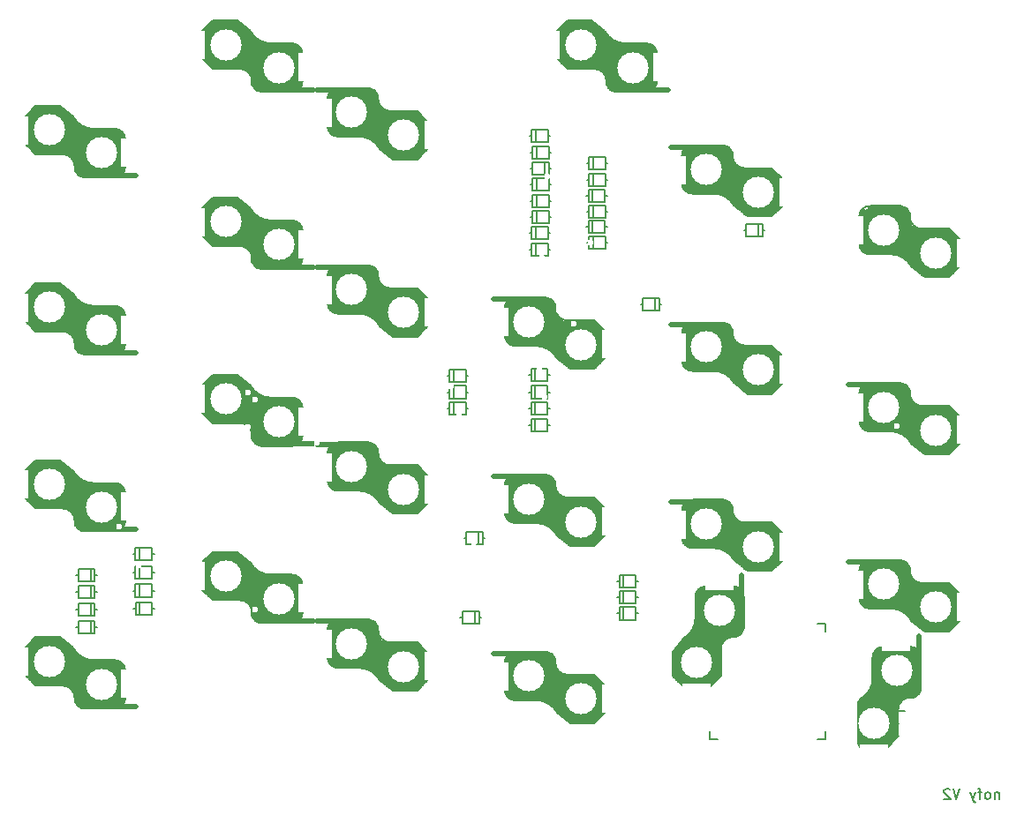
<source format=gbr>
%TF.GenerationSoftware,KiCad,Pcbnew,9.0.0*%
%TF.CreationDate,2025-04-19T15:24:46+09:00*%
%TF.ProjectId,nofy_V2_L,6e6f6679-5f56-4325-9f4c-2e6b69636164,rev?*%
%TF.SameCoordinates,Original*%
%TF.FileFunction,Legend,Bot*%
%TF.FilePolarity,Positive*%
%FSLAX46Y46*%
G04 Gerber Fmt 4.6, Leading zero omitted, Abs format (unit mm)*
G04 Created by KiCad (PCBNEW 9.0.0) date 2025-04-19 15:24:46*
%MOMM*%
%LPD*%
G01*
G04 APERTURE LIST*
%ADD10C,0.150000*%
%ADD11C,0.200000*%
%ADD12C,0.500000*%
%ADD13R,1.200000X0.950000*%
%ADD14C,2.000000*%
%ADD15C,3.000000*%
%ADD16C,4.800000*%
%ADD17R,3.000000X2.800000*%
%ADD18R,2.850000X2.750000*%
%ADD19C,1.700000*%
%ADD20O,1.700000X1.700000*%
%ADD21C,2.200000*%
%ADD22R,2.800000X3.000000*%
%ADD23R,2.750000X2.850000*%
%ADD24C,0.600000*%
G04 APERTURE END LIST*
D10*
X115481085Y-104285287D02*
X115481085Y-104951954D01*
X115481085Y-104380525D02*
X115433466Y-104332906D01*
X115433466Y-104332906D02*
X115338228Y-104285287D01*
X115338228Y-104285287D02*
X115195371Y-104285287D01*
X115195371Y-104285287D02*
X115100133Y-104332906D01*
X115100133Y-104332906D02*
X115052514Y-104428144D01*
X115052514Y-104428144D02*
X115052514Y-104951954D01*
X114433466Y-104951954D02*
X114528704Y-104904335D01*
X114528704Y-104904335D02*
X114576323Y-104856715D01*
X114576323Y-104856715D02*
X114623942Y-104761477D01*
X114623942Y-104761477D02*
X114623942Y-104475763D01*
X114623942Y-104475763D02*
X114576323Y-104380525D01*
X114576323Y-104380525D02*
X114528704Y-104332906D01*
X114528704Y-104332906D02*
X114433466Y-104285287D01*
X114433466Y-104285287D02*
X114290609Y-104285287D01*
X114290609Y-104285287D02*
X114195371Y-104332906D01*
X114195371Y-104332906D02*
X114147752Y-104380525D01*
X114147752Y-104380525D02*
X114100133Y-104475763D01*
X114100133Y-104475763D02*
X114100133Y-104761477D01*
X114100133Y-104761477D02*
X114147752Y-104856715D01*
X114147752Y-104856715D02*
X114195371Y-104904335D01*
X114195371Y-104904335D02*
X114290609Y-104951954D01*
X114290609Y-104951954D02*
X114433466Y-104951954D01*
X113814418Y-104285287D02*
X113433466Y-104285287D01*
X113671561Y-104951954D02*
X113671561Y-104094811D01*
X113671561Y-104094811D02*
X113623942Y-103999573D01*
X113623942Y-103999573D02*
X113528704Y-103951954D01*
X113528704Y-103951954D02*
X113433466Y-103951954D01*
X113195370Y-104285287D02*
X112957275Y-104951954D01*
X112719180Y-104285287D02*
X112957275Y-104951954D01*
X112957275Y-104951954D02*
X113052513Y-105190049D01*
X113052513Y-105190049D02*
X113100132Y-105237668D01*
X113100132Y-105237668D02*
X113195370Y-105285287D01*
X111719179Y-103951954D02*
X111385846Y-104951954D01*
X111385846Y-104951954D02*
X111052513Y-103951954D01*
X110766798Y-104047192D02*
X110719179Y-103999573D01*
X110719179Y-103999573D02*
X110623941Y-103951954D01*
X110623941Y-103951954D02*
X110385846Y-103951954D01*
X110385846Y-103951954D02*
X110290608Y-103999573D01*
X110290608Y-103999573D02*
X110242989Y-104047192D01*
X110242989Y-104047192D02*
X110195370Y-104142430D01*
X110195370Y-104142430D02*
X110195370Y-104237668D01*
X110195370Y-104237668D02*
X110242989Y-104380525D01*
X110242989Y-104380525D02*
X110814417Y-104951954D01*
X110814417Y-104951954D02*
X110195370Y-104951954D01*
D11*
%TO.C,D3*%
X27149080Y-89077449D02*
X28736584Y-89077449D01*
X27149080Y-88482135D02*
X26950642Y-88482135D01*
X27149080Y-87886821D02*
X27149080Y-89077449D01*
X28339708Y-87886821D02*
X28339708Y-89077449D01*
X28736584Y-89077449D02*
X28736584Y-87886821D01*
X28736584Y-87886821D02*
X27149080Y-87886821D01*
X28935022Y-88482135D02*
X28736584Y-88482135D01*
D10*
%TO.C,SW3*%
X87711615Y-88075885D02*
X88505365Y-88075885D01*
X87711615Y-88869635D02*
X87711615Y-88075885D01*
X87711615Y-98394635D02*
X87711615Y-99188385D01*
X87711615Y-99188385D02*
X88505365Y-99188385D01*
X98030365Y-99188385D02*
X98824115Y-99188385D01*
X98824115Y-88075885D02*
X98030365Y-88075885D01*
X98824115Y-88869635D02*
X98824115Y-88075885D01*
X98824115Y-99188385D02*
X98824115Y-98394635D01*
%TO.C,SW11*%
X39067865Y-82207135D02*
X40067865Y-81207135D01*
X39067865Y-84857135D02*
X39067865Y-82207135D01*
X39067865Y-84857135D02*
X40067865Y-85857135D01*
X39217865Y-82062135D02*
X39217865Y-84992135D01*
X39317865Y-81982135D02*
X39317865Y-85102135D01*
X39417865Y-81872135D02*
X39417865Y-85202135D01*
X39517865Y-81772135D02*
X39517865Y-85302135D01*
X39667865Y-81612135D02*
X39667865Y-85442135D01*
X39817865Y-81482135D02*
X39817865Y-85602135D01*
X39967865Y-81342135D02*
X39967865Y-85732135D01*
X40067865Y-81207135D02*
X42392865Y-81207135D01*
X40067865Y-85857135D02*
X42642865Y-85857135D01*
X40117865Y-81232135D02*
X40117865Y-85832135D01*
X40267865Y-81232135D02*
X40267865Y-85832135D01*
X40417865Y-81232135D02*
X40417865Y-85832135D01*
X40567865Y-81232135D02*
X40567865Y-85832135D01*
X40717865Y-81232135D02*
X40717865Y-85832135D01*
X40867865Y-81232135D02*
X40867865Y-85832135D01*
X41017865Y-81232135D02*
X41017865Y-85832135D01*
X41167865Y-81232135D02*
X41167865Y-85832135D01*
X41317865Y-81232135D02*
X41317865Y-85832135D01*
X41467865Y-81232135D02*
X41467865Y-85832135D01*
X41617865Y-81232135D02*
X41617865Y-85832135D01*
X41767865Y-81232135D02*
X41767865Y-85832135D01*
X41917865Y-81232135D02*
X41917865Y-85832135D01*
X42067865Y-81232135D02*
X42067865Y-85832135D01*
X42217865Y-81232135D02*
X42217865Y-85832135D01*
X42367865Y-81232135D02*
X42367865Y-85832135D01*
X42517865Y-81322135D02*
X42517865Y-85782135D01*
X42667865Y-81442135D02*
X42667865Y-85832135D01*
X42817865Y-81552135D02*
X42817865Y-85832135D01*
X42967865Y-81672135D02*
X42967865Y-85832135D01*
X43117865Y-81812135D02*
X43117865Y-85932135D01*
X43257865Y-81912135D02*
X43267865Y-85982135D01*
X43367865Y-82002135D02*
X43367865Y-86032135D01*
X43467865Y-82082135D02*
X43467865Y-86082135D01*
X43567865Y-82162135D02*
X43567865Y-86182135D01*
X43667865Y-82232135D02*
X42392865Y-81207135D01*
X43667865Y-82232135D02*
X43667865Y-86382135D01*
X43767865Y-82412135D02*
X43767865Y-86532135D01*
X43817865Y-87032135D02*
X43817865Y-87355248D01*
X43867865Y-82582135D02*
X43867865Y-87482135D01*
X44017865Y-82732135D02*
X44017865Y-87682135D01*
X44167865Y-82882135D02*
X44167865Y-87872135D01*
X44317865Y-82982135D02*
X44317865Y-87952135D01*
X44467865Y-83082135D02*
X44467865Y-88002135D01*
X44617865Y-83182135D02*
X44617865Y-88032135D01*
X44679069Y-88057135D02*
X47642865Y-88057135D01*
X44767865Y-83232135D02*
X44767865Y-88052135D01*
X44917865Y-83332135D02*
X44917865Y-88042135D01*
X45067865Y-83382135D02*
X45067865Y-87982135D01*
X45217865Y-83382135D02*
X45217865Y-88032135D01*
X45367865Y-83392135D02*
X45367865Y-88032135D01*
X45517865Y-83432135D02*
X45517865Y-87982135D01*
X45667865Y-83407135D02*
X47642865Y-83407135D01*
X45667865Y-83432135D02*
X45667865Y-88032135D01*
X45817865Y-83432135D02*
X45817865Y-88032135D01*
X45967865Y-83432135D02*
X45967865Y-88032135D01*
X46117865Y-83432135D02*
X46117865Y-88032135D01*
X46267865Y-83432135D02*
X46267865Y-88032135D01*
X46417865Y-83432135D02*
X46417865Y-88032135D01*
X46567865Y-83432135D02*
X46567865Y-88032135D01*
X46717865Y-83432135D02*
X46717865Y-88032135D01*
X46867865Y-83432135D02*
X46867865Y-88032135D01*
X47017865Y-83432135D02*
X47017865Y-88032135D01*
X47167865Y-83432135D02*
X47167865Y-88032135D01*
D12*
X47167865Y-87877135D02*
X49717865Y-87877135D01*
D10*
X47317865Y-83432135D02*
X47317865Y-88032135D01*
X47467865Y-83432135D02*
X47467865Y-88032135D01*
X47617865Y-83432135D02*
X47617865Y-88032135D01*
X47767865Y-83422135D02*
X47767865Y-87932135D01*
X47917865Y-83462135D02*
X47917865Y-87782135D01*
X48067865Y-83512135D02*
X48067865Y-87632135D01*
X48217865Y-83592135D02*
X48217865Y-87732135D01*
X48367865Y-83732135D02*
X48367865Y-87702135D01*
X48517865Y-83902135D02*
X48517865Y-87582135D01*
X48672865Y-87057135D02*
X48672865Y-84407135D01*
X42642865Y-85857135D02*
G75*
G02*
X43817865Y-87032135I-2J-1175002D01*
G01*
X44679069Y-88057135D02*
G75*
G02*
X43817865Y-87355248I38796J926887D01*
G01*
X45667865Y-83414677D02*
G75*
G02*
X43667865Y-82232135I2J2282546D01*
G01*
X47672865Y-83407135D02*
G75*
G02*
X48672865Y-84407135I1J-999999D01*
G01*
X48672865Y-87057135D02*
G75*
G02*
X47672865Y-88057135I-999999J-1D01*
G01*
%TO.C,SW5*%
X22067865Y-56407135D02*
X23067865Y-55407135D01*
X22067865Y-59057135D02*
X22067865Y-56407135D01*
X22067865Y-59057135D02*
X23067865Y-60057135D01*
X22217865Y-56262135D02*
X22217865Y-59192135D01*
X22317865Y-56182135D02*
X22317865Y-59302135D01*
X22417865Y-56072135D02*
X22417865Y-59402135D01*
X22517865Y-55972135D02*
X22517865Y-59502135D01*
X22667865Y-55812135D02*
X22667865Y-59642135D01*
X22817865Y-55682135D02*
X22817865Y-59802135D01*
X22967865Y-55542135D02*
X22967865Y-59932135D01*
X23067865Y-55407135D02*
X25392865Y-55407135D01*
X23067865Y-60057135D02*
X25642865Y-60057135D01*
X23117865Y-55432135D02*
X23117865Y-60032135D01*
X23267865Y-55432135D02*
X23267865Y-60032135D01*
X23417865Y-55432135D02*
X23417865Y-60032135D01*
X23567865Y-55432135D02*
X23567865Y-60032135D01*
X23717865Y-55432135D02*
X23717865Y-60032135D01*
X23867865Y-55432135D02*
X23867865Y-60032135D01*
X24017865Y-55432135D02*
X24017865Y-60032135D01*
X24167865Y-55432135D02*
X24167865Y-60032135D01*
X24317865Y-55432135D02*
X24317865Y-60032135D01*
X24467865Y-55432135D02*
X24467865Y-60032135D01*
X24617865Y-55432135D02*
X24617865Y-60032135D01*
X24767865Y-55432135D02*
X24767865Y-60032135D01*
X24917865Y-55432135D02*
X24917865Y-60032135D01*
X25067865Y-55432135D02*
X25067865Y-60032135D01*
X25217865Y-55432135D02*
X25217865Y-60032135D01*
X25367865Y-55432135D02*
X25367865Y-60032135D01*
X25517865Y-55522135D02*
X25517865Y-59982135D01*
X25667865Y-55642135D02*
X25667865Y-60032135D01*
X25817865Y-55752135D02*
X25817865Y-60032135D01*
X25967865Y-55872135D02*
X25967865Y-60032135D01*
X26117865Y-56012135D02*
X26117865Y-60132135D01*
X26257865Y-56112135D02*
X26267865Y-60182135D01*
X26367865Y-56202135D02*
X26367865Y-60232135D01*
X26467865Y-56282135D02*
X26467865Y-60282135D01*
X26567865Y-56362135D02*
X26567865Y-60382135D01*
X26667865Y-56432135D02*
X25392865Y-55407135D01*
X26667865Y-56432135D02*
X26667865Y-60582135D01*
X26767865Y-56612135D02*
X26767865Y-60732135D01*
X26817865Y-61232135D02*
X26817865Y-61555248D01*
X26867865Y-56782135D02*
X26867865Y-61682135D01*
X27017865Y-56932135D02*
X27017865Y-61882135D01*
X27167865Y-57082135D02*
X27167865Y-62072135D01*
X27317865Y-57182135D02*
X27317865Y-62152135D01*
X27467865Y-57282135D02*
X27467865Y-62202135D01*
X27617865Y-57382135D02*
X27617865Y-62232135D01*
X27679069Y-62257135D02*
X30642865Y-62257135D01*
X27767865Y-57432135D02*
X27767865Y-62252135D01*
X27917865Y-57532135D02*
X27917865Y-62242135D01*
X28067865Y-57582135D02*
X28067865Y-62182135D01*
X28217865Y-57582135D02*
X28217865Y-62232135D01*
X28367865Y-57592135D02*
X28367865Y-62232135D01*
X28517865Y-57632135D02*
X28517865Y-62182135D01*
X28667865Y-57607135D02*
X30642865Y-57607135D01*
X28667865Y-57632135D02*
X28667865Y-62232135D01*
X28817865Y-57632135D02*
X28817865Y-62232135D01*
X28967865Y-57632135D02*
X28967865Y-62232135D01*
X29117865Y-57632135D02*
X29117865Y-62232135D01*
X29267865Y-57632135D02*
X29267865Y-62232135D01*
X29417865Y-57632135D02*
X29417865Y-62232135D01*
X29567865Y-57632135D02*
X29567865Y-62232135D01*
X29717865Y-57632135D02*
X29717865Y-62232135D01*
X29867865Y-57632135D02*
X29867865Y-62232135D01*
X30017865Y-57632135D02*
X30017865Y-62232135D01*
X30167865Y-57632135D02*
X30167865Y-62232135D01*
D12*
X30167865Y-62077135D02*
X32717865Y-62077135D01*
D10*
X30317865Y-57632135D02*
X30317865Y-62232135D01*
X30467865Y-57632135D02*
X30467865Y-62232135D01*
X30617865Y-57632135D02*
X30617865Y-62232135D01*
X30767865Y-57622135D02*
X30767865Y-62132135D01*
X30917865Y-57662135D02*
X30917865Y-61982135D01*
X31067865Y-57712135D02*
X31067865Y-61832135D01*
X31217865Y-57792135D02*
X31217865Y-61932135D01*
X31367865Y-57932135D02*
X31367865Y-61902135D01*
X31517865Y-58102135D02*
X31517865Y-61782135D01*
X31672865Y-61257135D02*
X31672865Y-58607135D01*
X25642865Y-60057135D02*
G75*
G02*
X26817865Y-61232135I-2J-1175002D01*
G01*
X27679069Y-62257135D02*
G75*
G02*
X26817865Y-61555248I38796J926887D01*
G01*
X28667865Y-57614677D02*
G75*
G02*
X26667865Y-56432135I2J2282546D01*
G01*
X30672865Y-57607135D02*
G75*
G02*
X31672865Y-58607135I1J-999999D01*
G01*
X31672865Y-61257135D02*
G75*
G02*
X30672865Y-62257135I-999999J-1D01*
G01*
%TO.C,SW21*%
X68062865Y-91807135D02*
X68062865Y-94457135D01*
X68217865Y-94962135D02*
X68217865Y-91282135D01*
X68367865Y-95132135D02*
X68367865Y-91162135D01*
X68517865Y-95272135D02*
X68517865Y-91132135D01*
X68667865Y-95352135D02*
X68667865Y-91232135D01*
X68817865Y-95402135D02*
X68817865Y-91082135D01*
X68967865Y-95442135D02*
X68967865Y-90932135D01*
X69117865Y-95432135D02*
X69117865Y-90832135D01*
X69267865Y-95432135D02*
X69267865Y-90832135D01*
X69417865Y-95432135D02*
X69417865Y-90832135D01*
D12*
X69567865Y-90987135D02*
X67017865Y-90987135D01*
D10*
X69567865Y-95432135D02*
X69567865Y-90832135D01*
X69717865Y-95432135D02*
X69717865Y-90832135D01*
X69867865Y-95432135D02*
X69867865Y-90832135D01*
X70017865Y-95432135D02*
X70017865Y-90832135D01*
X70167865Y-95432135D02*
X70167865Y-90832135D01*
X70317865Y-95432135D02*
X70317865Y-90832135D01*
X70467865Y-95432135D02*
X70467865Y-90832135D01*
X70617865Y-95432135D02*
X70617865Y-90832135D01*
X70767865Y-95432135D02*
X70767865Y-90832135D01*
X70917865Y-95432135D02*
X70917865Y-90832135D01*
X71067865Y-95432135D02*
X71067865Y-90832135D01*
X71067865Y-95457135D02*
X69092865Y-95457135D01*
X71217865Y-95432135D02*
X71217865Y-90882135D01*
X71367865Y-95472135D02*
X71367865Y-90832135D01*
X71517865Y-95482135D02*
X71517865Y-90832135D01*
X71667865Y-95482135D02*
X71667865Y-90882135D01*
X71817865Y-95532135D02*
X71817865Y-90822135D01*
X71967865Y-95632135D02*
X71967865Y-90812135D01*
X72056661Y-90807135D02*
X69092865Y-90807135D01*
X72117865Y-95682135D02*
X72117865Y-90832135D01*
X72267865Y-95782135D02*
X72267865Y-90862135D01*
X72417865Y-95882135D02*
X72417865Y-90912135D01*
X72567865Y-95982135D02*
X72567865Y-90992135D01*
X72717865Y-96132135D02*
X72717865Y-91182135D01*
X72867865Y-96282135D02*
X72867865Y-91382135D01*
X72917865Y-91832135D02*
X72917865Y-91509022D01*
X72967865Y-96452135D02*
X72967865Y-92332135D01*
X73067865Y-96632135D02*
X73067865Y-92482135D01*
X73067865Y-96632135D02*
X74342865Y-97657135D01*
X73167865Y-96702135D02*
X73167865Y-92682135D01*
X73267865Y-96782135D02*
X73267865Y-92782135D01*
X73367865Y-96862135D02*
X73367865Y-92832135D01*
X73477865Y-96952135D02*
X73467865Y-92882135D01*
X73617865Y-97052135D02*
X73617865Y-92932135D01*
X73767865Y-97192135D02*
X73767865Y-93032135D01*
X73917865Y-97312135D02*
X73917865Y-93032135D01*
X74067865Y-97422135D02*
X74067865Y-93032135D01*
X74217865Y-97542135D02*
X74217865Y-93082135D01*
X74367865Y-97632135D02*
X74367865Y-93032135D01*
X74517865Y-97632135D02*
X74517865Y-93032135D01*
X74667865Y-97632135D02*
X74667865Y-93032135D01*
X74817865Y-97632135D02*
X74817865Y-93032135D01*
X74967865Y-97632135D02*
X74967865Y-93032135D01*
X75117865Y-97632135D02*
X75117865Y-93032135D01*
X75267865Y-97632135D02*
X75267865Y-93032135D01*
X75417865Y-97632135D02*
X75417865Y-93032135D01*
X75567865Y-97632135D02*
X75567865Y-93032135D01*
X75717865Y-97632135D02*
X75717865Y-93032135D01*
X75867865Y-97632135D02*
X75867865Y-93032135D01*
X76017865Y-97632135D02*
X76017865Y-93032135D01*
X76167865Y-97632135D02*
X76167865Y-93032135D01*
X76317865Y-97632135D02*
X76317865Y-93032135D01*
X76467865Y-97632135D02*
X76467865Y-93032135D01*
X76617865Y-97632135D02*
X76617865Y-93032135D01*
X76667865Y-93007135D02*
X74092865Y-93007135D01*
X76667865Y-97657135D02*
X74342865Y-97657135D01*
X76767865Y-97522135D02*
X76767865Y-93132135D01*
X76917865Y-97382135D02*
X76917865Y-93262135D01*
X77067865Y-97252135D02*
X77067865Y-93422135D01*
X77217865Y-97092135D02*
X77217865Y-93562135D01*
X77317865Y-96992135D02*
X77317865Y-93662135D01*
X77417865Y-96882135D02*
X77417865Y-93762135D01*
X77517865Y-96802135D02*
X77517865Y-93872135D01*
X77667865Y-94007135D02*
X76667865Y-93007135D01*
X77667865Y-94007135D02*
X77667865Y-96657135D01*
X77667865Y-96657135D02*
X76667865Y-97657135D01*
X68062865Y-91807135D02*
G75*
G02*
X69062865Y-90807135I999999J1D01*
G01*
X69062865Y-95457135D02*
G75*
G02*
X68062865Y-94457135I-1J999999D01*
G01*
X71067865Y-95449593D02*
G75*
G02*
X73067865Y-96632135I-2J-2282546D01*
G01*
X72056661Y-90807135D02*
G75*
G02*
X72917865Y-91509022I-38796J-926887D01*
G01*
X74092865Y-93007135D02*
G75*
G02*
X72917865Y-91832135I2J1175002D01*
G01*
%TO.C,SW23*%
X85050365Y-43182135D02*
X85050365Y-45832135D01*
X85205365Y-46337135D02*
X85205365Y-42657135D01*
X85355365Y-46507135D02*
X85355365Y-42537135D01*
X85505365Y-46647135D02*
X85505365Y-42507135D01*
X85655365Y-46727135D02*
X85655365Y-42607135D01*
X85805365Y-46777135D02*
X85805365Y-42457135D01*
X85955365Y-46817135D02*
X85955365Y-42307135D01*
X86105365Y-46807135D02*
X86105365Y-42207135D01*
X86255365Y-46807135D02*
X86255365Y-42207135D01*
X86405365Y-46807135D02*
X86405365Y-42207135D01*
D12*
X86555365Y-42362135D02*
X84005365Y-42362135D01*
D10*
X86555365Y-46807135D02*
X86555365Y-42207135D01*
X86705365Y-46807135D02*
X86705365Y-42207135D01*
X86855365Y-46807135D02*
X86855365Y-42207135D01*
X87005365Y-46807135D02*
X87005365Y-42207135D01*
X87155365Y-46807135D02*
X87155365Y-42207135D01*
X87305365Y-46807135D02*
X87305365Y-42207135D01*
X87455365Y-46807135D02*
X87455365Y-42207135D01*
X87605365Y-46807135D02*
X87605365Y-42207135D01*
X87755365Y-46807135D02*
X87755365Y-42207135D01*
X87905365Y-46807135D02*
X87905365Y-42207135D01*
X88055365Y-46807135D02*
X88055365Y-42207135D01*
X88055365Y-46832135D02*
X86080365Y-46832135D01*
X88205365Y-46807135D02*
X88205365Y-42257135D01*
X88355365Y-46847135D02*
X88355365Y-42207135D01*
X88505365Y-46857135D02*
X88505365Y-42207135D01*
X88655365Y-46857135D02*
X88655365Y-42257135D01*
X88805365Y-46907135D02*
X88805365Y-42197135D01*
X88955365Y-47007135D02*
X88955365Y-42187135D01*
X89044161Y-42182135D02*
X86080365Y-42182135D01*
X89105365Y-47057135D02*
X89105365Y-42207135D01*
X89255365Y-47157135D02*
X89255365Y-42237135D01*
X89405365Y-47257135D02*
X89405365Y-42287135D01*
X89555365Y-47357135D02*
X89555365Y-42367135D01*
X89705365Y-47507135D02*
X89705365Y-42557135D01*
X89855365Y-47657135D02*
X89855365Y-42757135D01*
X89905365Y-43207135D02*
X89905365Y-42884022D01*
X89955365Y-47827135D02*
X89955365Y-43707135D01*
X90055365Y-48007135D02*
X90055365Y-43857135D01*
X90055365Y-48007135D02*
X91330365Y-49032135D01*
X90155365Y-48077135D02*
X90155365Y-44057135D01*
X90255365Y-48157135D02*
X90255365Y-44157135D01*
X90355365Y-48237135D02*
X90355365Y-44207135D01*
X90465365Y-48327135D02*
X90455365Y-44257135D01*
X90605365Y-48427135D02*
X90605365Y-44307135D01*
X90755365Y-48567135D02*
X90755365Y-44407135D01*
X90905365Y-48687135D02*
X90905365Y-44407135D01*
X91055365Y-48797135D02*
X91055365Y-44407135D01*
X91205365Y-48917135D02*
X91205365Y-44457135D01*
X91355365Y-49007135D02*
X91355365Y-44407135D01*
X91505365Y-49007135D02*
X91505365Y-44407135D01*
X91655365Y-49007135D02*
X91655365Y-44407135D01*
X91805365Y-49007135D02*
X91805365Y-44407135D01*
X91955365Y-49007135D02*
X91955365Y-44407135D01*
X92105365Y-49007135D02*
X92105365Y-44407135D01*
X92255365Y-49007135D02*
X92255365Y-44407135D01*
X92405365Y-49007135D02*
X92405365Y-44407135D01*
X92555365Y-49007135D02*
X92555365Y-44407135D01*
X92705365Y-49007135D02*
X92705365Y-44407135D01*
X92855365Y-49007135D02*
X92855365Y-44407135D01*
X93005365Y-49007135D02*
X93005365Y-44407135D01*
X93155365Y-49007135D02*
X93155365Y-44407135D01*
X93305365Y-49007135D02*
X93305365Y-44407135D01*
X93455365Y-49007135D02*
X93455365Y-44407135D01*
X93605365Y-49007135D02*
X93605365Y-44407135D01*
X93655365Y-44382135D02*
X91080365Y-44382135D01*
X93655365Y-49032135D02*
X91330365Y-49032135D01*
X93755365Y-48897135D02*
X93755365Y-44507135D01*
X93905365Y-48757135D02*
X93905365Y-44637135D01*
X94055365Y-48627135D02*
X94055365Y-44797135D01*
X94205365Y-48467135D02*
X94205365Y-44937135D01*
X94305365Y-48367135D02*
X94305365Y-45037135D01*
X94405365Y-48257135D02*
X94405365Y-45137135D01*
X94505365Y-48177135D02*
X94505365Y-45247135D01*
X94655365Y-45382135D02*
X93655365Y-44382135D01*
X94655365Y-45382135D02*
X94655365Y-48032135D01*
X94655365Y-48032135D02*
X93655365Y-49032135D01*
X85050365Y-43182135D02*
G75*
G02*
X86050365Y-42182135I999999J1D01*
G01*
X86050365Y-46832135D02*
G75*
G02*
X85050365Y-45832135I-1J999999D01*
G01*
X88055365Y-46824593D02*
G75*
G02*
X90055365Y-48007135I-2J-2282546D01*
G01*
X89044161Y-42182135D02*
G75*
G02*
X89905365Y-42884022I-38796J-926887D01*
G01*
X91080365Y-44382135D02*
G75*
G02*
X89905365Y-43207135I2J1175002D01*
G01*
%TO.C,SW7*%
X22067865Y-90407135D02*
X23067865Y-89407135D01*
X22067865Y-93057135D02*
X22067865Y-90407135D01*
X22067865Y-93057135D02*
X23067865Y-94057135D01*
X22217865Y-90262135D02*
X22217865Y-93192135D01*
X22317865Y-90182135D02*
X22317865Y-93302135D01*
X22417865Y-90072135D02*
X22417865Y-93402135D01*
X22517865Y-89972135D02*
X22517865Y-93502135D01*
X22667865Y-89812135D02*
X22667865Y-93642135D01*
X22817865Y-89682135D02*
X22817865Y-93802135D01*
X22967865Y-89542135D02*
X22967865Y-93932135D01*
X23067865Y-89407135D02*
X25392865Y-89407135D01*
X23067865Y-94057135D02*
X25642865Y-94057135D01*
X23117865Y-89432135D02*
X23117865Y-94032135D01*
X23267865Y-89432135D02*
X23267865Y-94032135D01*
X23417865Y-89432135D02*
X23417865Y-94032135D01*
X23567865Y-89432135D02*
X23567865Y-94032135D01*
X23717865Y-89432135D02*
X23717865Y-94032135D01*
X23867865Y-89432135D02*
X23867865Y-94032135D01*
X24017865Y-89432135D02*
X24017865Y-94032135D01*
X24167865Y-89432135D02*
X24167865Y-94032135D01*
X24317865Y-89432135D02*
X24317865Y-94032135D01*
X24467865Y-89432135D02*
X24467865Y-94032135D01*
X24617865Y-89432135D02*
X24617865Y-94032135D01*
X24767865Y-89432135D02*
X24767865Y-94032135D01*
X24917865Y-89432135D02*
X24917865Y-94032135D01*
X25067865Y-89432135D02*
X25067865Y-94032135D01*
X25217865Y-89432135D02*
X25217865Y-94032135D01*
X25367865Y-89432135D02*
X25367865Y-94032135D01*
X25517865Y-89522135D02*
X25517865Y-93982135D01*
X25667865Y-89642135D02*
X25667865Y-94032135D01*
X25817865Y-89752135D02*
X25817865Y-94032135D01*
X25967865Y-89872135D02*
X25967865Y-94032135D01*
X26117865Y-90012135D02*
X26117865Y-94132135D01*
X26257865Y-90112135D02*
X26267865Y-94182135D01*
X26367865Y-90202135D02*
X26367865Y-94232135D01*
X26467865Y-90282135D02*
X26467865Y-94282135D01*
X26567865Y-90362135D02*
X26567865Y-94382135D01*
X26667865Y-90432135D02*
X25392865Y-89407135D01*
X26667865Y-90432135D02*
X26667865Y-94582135D01*
X26767865Y-90612135D02*
X26767865Y-94732135D01*
X26817865Y-95232135D02*
X26817865Y-95555248D01*
X26867865Y-90782135D02*
X26867865Y-95682135D01*
X27017865Y-90932135D02*
X27017865Y-95882135D01*
X27167865Y-91082135D02*
X27167865Y-96072135D01*
X27317865Y-91182135D02*
X27317865Y-96152135D01*
X27467865Y-91282135D02*
X27467865Y-96202135D01*
X27617865Y-91382135D02*
X27617865Y-96232135D01*
X27679069Y-96257135D02*
X30642865Y-96257135D01*
X27767865Y-91432135D02*
X27767865Y-96252135D01*
X27917865Y-91532135D02*
X27917865Y-96242135D01*
X28067865Y-91582135D02*
X28067865Y-96182135D01*
X28217865Y-91582135D02*
X28217865Y-96232135D01*
X28367865Y-91592135D02*
X28367865Y-96232135D01*
X28517865Y-91632135D02*
X28517865Y-96182135D01*
X28667865Y-91607135D02*
X30642865Y-91607135D01*
X28667865Y-91632135D02*
X28667865Y-96232135D01*
X28817865Y-91632135D02*
X28817865Y-96232135D01*
X28967865Y-91632135D02*
X28967865Y-96232135D01*
X29117865Y-91632135D02*
X29117865Y-96232135D01*
X29267865Y-91632135D02*
X29267865Y-96232135D01*
X29417865Y-91632135D02*
X29417865Y-96232135D01*
X29567865Y-91632135D02*
X29567865Y-96232135D01*
X29717865Y-91632135D02*
X29717865Y-96232135D01*
X29867865Y-91632135D02*
X29867865Y-96232135D01*
X30017865Y-91632135D02*
X30017865Y-96232135D01*
X30167865Y-91632135D02*
X30167865Y-96232135D01*
D12*
X30167865Y-96077135D02*
X32717865Y-96077135D01*
D10*
X30317865Y-91632135D02*
X30317865Y-96232135D01*
X30467865Y-91632135D02*
X30467865Y-96232135D01*
X30617865Y-91632135D02*
X30617865Y-96232135D01*
X30767865Y-91622135D02*
X30767865Y-96132135D01*
X30917865Y-91662135D02*
X30917865Y-95982135D01*
X31067865Y-91712135D02*
X31067865Y-95832135D01*
X31217865Y-91792135D02*
X31217865Y-95932135D01*
X31367865Y-91932135D02*
X31367865Y-95902135D01*
X31517865Y-92102135D02*
X31517865Y-95782135D01*
X31672865Y-95257135D02*
X31672865Y-92607135D01*
X25642865Y-94057135D02*
G75*
G02*
X26817865Y-95232135I-2J-1175002D01*
G01*
X27679069Y-96257135D02*
G75*
G02*
X26817865Y-95555248I38796J926887D01*
G01*
X28667865Y-91614677D02*
G75*
G02*
X26667865Y-90432135I2J2282546D01*
G01*
X30672865Y-91607135D02*
G75*
G02*
X31672865Y-92607135I1J-999999D01*
G01*
X31672865Y-95257135D02*
G75*
G02*
X30672865Y-96257135I-999999J-1D01*
G01*
%TO.C,SW28*%
X102062865Y-49007135D02*
X102062865Y-51657135D01*
X102217865Y-52162135D02*
X102217865Y-48482135D01*
X102367865Y-52332135D02*
X102367865Y-48362135D01*
X102517865Y-52472135D02*
X102517865Y-48332135D01*
X102667865Y-52552135D02*
X102667865Y-48432135D01*
X102817865Y-52602135D02*
X102817865Y-48282135D01*
X102967865Y-52642135D02*
X102967865Y-48132135D01*
X103117865Y-52632135D02*
X103117865Y-48032135D01*
X103267865Y-52632135D02*
X103267865Y-48032135D01*
X103417865Y-52632135D02*
X103417865Y-48032135D01*
X103567865Y-52632135D02*
X103567865Y-48032135D01*
X103717865Y-52632135D02*
X103717865Y-48032135D01*
X103867865Y-52632135D02*
X103867865Y-48032135D01*
X104017865Y-52632135D02*
X104017865Y-48032135D01*
X104167865Y-52632135D02*
X104167865Y-48032135D01*
X104317865Y-52632135D02*
X104317865Y-48032135D01*
X104467865Y-52632135D02*
X104467865Y-48032135D01*
X104617865Y-52632135D02*
X104617865Y-48032135D01*
X104767865Y-52632135D02*
X104767865Y-48032135D01*
X104917865Y-52632135D02*
X104917865Y-48032135D01*
X105067865Y-52632135D02*
X105067865Y-48032135D01*
X105067865Y-52657135D02*
X103092865Y-52657135D01*
X105217865Y-52632135D02*
X105217865Y-48082135D01*
X105367865Y-52672135D02*
X105367865Y-48032135D01*
X105517865Y-52682135D02*
X105517865Y-48032135D01*
X105667865Y-52682135D02*
X105667865Y-48082135D01*
X105817865Y-52732135D02*
X105817865Y-48022135D01*
X105967865Y-52832135D02*
X105967865Y-48012135D01*
X106056661Y-48007135D02*
X103092865Y-48007135D01*
X106117865Y-52882135D02*
X106117865Y-48032135D01*
X106267865Y-52982135D02*
X106267865Y-48062135D01*
X106417865Y-53082135D02*
X106417865Y-48112135D01*
X106567865Y-53182135D02*
X106567865Y-48192135D01*
X106717865Y-53332135D02*
X106717865Y-48382135D01*
X106867865Y-53482135D02*
X106867865Y-48582135D01*
X106917865Y-49032135D02*
X106917865Y-48709022D01*
X106967865Y-53652135D02*
X106967865Y-49532135D01*
X107067865Y-53832135D02*
X107067865Y-49682135D01*
X107067865Y-53832135D02*
X108342865Y-54857135D01*
X107167865Y-53902135D02*
X107167865Y-49882135D01*
X107267865Y-53982135D02*
X107267865Y-49982135D01*
X107367865Y-54062135D02*
X107367865Y-50032135D01*
X107477865Y-54152135D02*
X107467865Y-50082135D01*
X107617865Y-54252135D02*
X107617865Y-50132135D01*
X107767865Y-54392135D02*
X107767865Y-50232135D01*
X107917865Y-54512135D02*
X107917865Y-50232135D01*
X108067865Y-54622135D02*
X108067865Y-50232135D01*
X108217865Y-54742135D02*
X108217865Y-50282135D01*
X108367865Y-54832135D02*
X108367865Y-50232135D01*
X108517865Y-54832135D02*
X108517865Y-50232135D01*
X108667865Y-54832135D02*
X108667865Y-50232135D01*
X108817865Y-54832135D02*
X108817865Y-50232135D01*
X108967865Y-54832135D02*
X108967865Y-50232135D01*
X109117865Y-54832135D02*
X109117865Y-50232135D01*
X109267865Y-54832135D02*
X109267865Y-50232135D01*
X109417865Y-54832135D02*
X109417865Y-50232135D01*
X109567865Y-54832135D02*
X109567865Y-50232135D01*
X109717865Y-54832135D02*
X109717865Y-50232135D01*
X109867865Y-54832135D02*
X109867865Y-50232135D01*
X110017865Y-54832135D02*
X110017865Y-50232135D01*
X110167865Y-54832135D02*
X110167865Y-50232135D01*
X110317865Y-54832135D02*
X110317865Y-50232135D01*
X110467865Y-54832135D02*
X110467865Y-50232135D01*
X110617865Y-54832135D02*
X110617865Y-50232135D01*
X110667865Y-50207135D02*
X108092865Y-50207135D01*
X110667865Y-54857135D02*
X108342865Y-54857135D01*
X110767865Y-54722135D02*
X110767865Y-50332135D01*
X110917865Y-54582135D02*
X110917865Y-50462135D01*
X111067865Y-54452135D02*
X111067865Y-50622135D01*
X111217865Y-54292135D02*
X111217865Y-50762135D01*
X111317865Y-54192135D02*
X111317865Y-50862135D01*
X111417865Y-54082135D02*
X111417865Y-50962135D01*
X111517865Y-54002135D02*
X111517865Y-51072135D01*
X111667865Y-51207135D02*
X110667865Y-50207135D01*
X111667865Y-51207135D02*
X111667865Y-53857135D01*
X111667865Y-53857135D02*
X110667865Y-54857135D01*
X102062865Y-49007135D02*
G75*
G02*
X103062865Y-48007135I999999J1D01*
G01*
X103062865Y-52657135D02*
G75*
G02*
X102062865Y-51657135I-1J999999D01*
G01*
X105067865Y-52649593D02*
G75*
G02*
X107067865Y-53832135I-2J-2282546D01*
G01*
X106056661Y-48007135D02*
G75*
G02*
X106917865Y-48709022I-38796J-926887D01*
G01*
X108092865Y-50207135D02*
G75*
G02*
X106917865Y-49032135I2J1175002D01*
G01*
%TO.C,SW20*%
X68062865Y-74807135D02*
X68062865Y-77457135D01*
X68217865Y-77962135D02*
X68217865Y-74282135D01*
X68367865Y-78132135D02*
X68367865Y-74162135D01*
X68517865Y-78272135D02*
X68517865Y-74132135D01*
X68667865Y-78352135D02*
X68667865Y-74232135D01*
X68817865Y-78402135D02*
X68817865Y-74082135D01*
X68967865Y-78442135D02*
X68967865Y-73932135D01*
X69117865Y-78432135D02*
X69117865Y-73832135D01*
X69267865Y-78432135D02*
X69267865Y-73832135D01*
X69417865Y-78432135D02*
X69417865Y-73832135D01*
D12*
X69567865Y-73987135D02*
X67017865Y-73987135D01*
D10*
X69567865Y-78432135D02*
X69567865Y-73832135D01*
X69717865Y-78432135D02*
X69717865Y-73832135D01*
X69867865Y-78432135D02*
X69867865Y-73832135D01*
X70017865Y-78432135D02*
X70017865Y-73832135D01*
X70167865Y-78432135D02*
X70167865Y-73832135D01*
X70317865Y-78432135D02*
X70317865Y-73832135D01*
X70467865Y-78432135D02*
X70467865Y-73832135D01*
X70617865Y-78432135D02*
X70617865Y-73832135D01*
X70767865Y-78432135D02*
X70767865Y-73832135D01*
X70917865Y-78432135D02*
X70917865Y-73832135D01*
X71067865Y-78432135D02*
X71067865Y-73832135D01*
X71067865Y-78457135D02*
X69092865Y-78457135D01*
X71217865Y-78432135D02*
X71217865Y-73882135D01*
X71367865Y-78472135D02*
X71367865Y-73832135D01*
X71517865Y-78482135D02*
X71517865Y-73832135D01*
X71667865Y-78482135D02*
X71667865Y-73882135D01*
X71817865Y-78532135D02*
X71817865Y-73822135D01*
X71967865Y-78632135D02*
X71967865Y-73812135D01*
X72056661Y-73807135D02*
X69092865Y-73807135D01*
X72117865Y-78682135D02*
X72117865Y-73832135D01*
X72267865Y-78782135D02*
X72267865Y-73862135D01*
X72417865Y-78882135D02*
X72417865Y-73912135D01*
X72567865Y-78982135D02*
X72567865Y-73992135D01*
X72717865Y-79132135D02*
X72717865Y-74182135D01*
X72867865Y-79282135D02*
X72867865Y-74382135D01*
X72917865Y-74832135D02*
X72917865Y-74509022D01*
X72967865Y-79452135D02*
X72967865Y-75332135D01*
X73067865Y-79632135D02*
X73067865Y-75482135D01*
X73067865Y-79632135D02*
X74342865Y-80657135D01*
X73167865Y-79702135D02*
X73167865Y-75682135D01*
X73267865Y-79782135D02*
X73267865Y-75782135D01*
X73367865Y-79862135D02*
X73367865Y-75832135D01*
X73477865Y-79952135D02*
X73467865Y-75882135D01*
X73617865Y-80052135D02*
X73617865Y-75932135D01*
X73767865Y-80192135D02*
X73767865Y-76032135D01*
X73917865Y-80312135D02*
X73917865Y-76032135D01*
X74067865Y-80422135D02*
X74067865Y-76032135D01*
X74217865Y-80542135D02*
X74217865Y-76082135D01*
X74367865Y-80632135D02*
X74367865Y-76032135D01*
X74517865Y-80632135D02*
X74517865Y-76032135D01*
X74667865Y-80632135D02*
X74667865Y-76032135D01*
X74817865Y-80632135D02*
X74817865Y-76032135D01*
X74967865Y-80632135D02*
X74967865Y-76032135D01*
X75117865Y-80632135D02*
X75117865Y-76032135D01*
X75267865Y-80632135D02*
X75267865Y-76032135D01*
X75417865Y-80632135D02*
X75417865Y-76032135D01*
X75567865Y-80632135D02*
X75567865Y-76032135D01*
X75717865Y-80632135D02*
X75717865Y-76032135D01*
X75867865Y-80632135D02*
X75867865Y-76032135D01*
X76017865Y-80632135D02*
X76017865Y-76032135D01*
X76167865Y-80632135D02*
X76167865Y-76032135D01*
X76317865Y-80632135D02*
X76317865Y-76032135D01*
X76467865Y-80632135D02*
X76467865Y-76032135D01*
X76617865Y-80632135D02*
X76617865Y-76032135D01*
X76667865Y-76007135D02*
X74092865Y-76007135D01*
X76667865Y-80657135D02*
X74342865Y-80657135D01*
X76767865Y-80522135D02*
X76767865Y-76132135D01*
X76917865Y-80382135D02*
X76917865Y-76262135D01*
X77067865Y-80252135D02*
X77067865Y-76422135D01*
X77217865Y-80092135D02*
X77217865Y-76562135D01*
X77317865Y-79992135D02*
X77317865Y-76662135D01*
X77417865Y-79882135D02*
X77417865Y-76762135D01*
X77517865Y-79802135D02*
X77517865Y-76872135D01*
X77667865Y-77007135D02*
X76667865Y-76007135D01*
X77667865Y-77007135D02*
X77667865Y-79657135D01*
X77667865Y-79657135D02*
X76667865Y-80657135D01*
X68062865Y-74807135D02*
G75*
G02*
X69062865Y-73807135I999999J1D01*
G01*
X69062865Y-78457135D02*
G75*
G02*
X68062865Y-77457135I-1J999999D01*
G01*
X71067865Y-78449593D02*
G75*
G02*
X73067865Y-79632135I-2J-2282546D01*
G01*
X72056661Y-73807135D02*
G75*
G02*
X72917865Y-74509022I-38796J-926887D01*
G01*
X74092865Y-76007135D02*
G75*
G02*
X72917865Y-74832135I2J1175002D01*
G01*
%TO.C,SW27*%
X51062865Y-37707135D02*
X51062865Y-40357135D01*
X51217865Y-40862135D02*
X51217865Y-37182135D01*
X51367865Y-41032135D02*
X51367865Y-37062135D01*
X51517865Y-41172135D02*
X51517865Y-37032135D01*
X51667865Y-41252135D02*
X51667865Y-37132135D01*
X51817865Y-41302135D02*
X51817865Y-36982135D01*
X51967865Y-41342135D02*
X51967865Y-36832135D01*
X52117865Y-41332135D02*
X52117865Y-36732135D01*
X52267865Y-41332135D02*
X52267865Y-36732135D01*
X52417865Y-41332135D02*
X52417865Y-36732135D01*
D12*
X52567865Y-36887135D02*
X50017865Y-36887135D01*
D10*
X52567865Y-41332135D02*
X52567865Y-36732135D01*
X52717865Y-41332135D02*
X52717865Y-36732135D01*
X52867865Y-41332135D02*
X52867865Y-36732135D01*
X53017865Y-41332135D02*
X53017865Y-36732135D01*
X53167865Y-41332135D02*
X53167865Y-36732135D01*
X53317865Y-41332135D02*
X53317865Y-36732135D01*
X53467865Y-41332135D02*
X53467865Y-36732135D01*
X53617865Y-41332135D02*
X53617865Y-36732135D01*
X53767865Y-41332135D02*
X53767865Y-36732135D01*
X53917865Y-41332135D02*
X53917865Y-36732135D01*
X54067865Y-41332135D02*
X54067865Y-36732135D01*
X54067865Y-41357135D02*
X52092865Y-41357135D01*
X54217865Y-41332135D02*
X54217865Y-36782135D01*
X54367865Y-41372135D02*
X54367865Y-36732135D01*
X54517865Y-41382135D02*
X54517865Y-36732135D01*
X54667865Y-41382135D02*
X54667865Y-36782135D01*
X54817865Y-41432135D02*
X54817865Y-36722135D01*
X54967865Y-41532135D02*
X54967865Y-36712135D01*
X55056661Y-36707135D02*
X52092865Y-36707135D01*
X55117865Y-41582135D02*
X55117865Y-36732135D01*
X55267865Y-41682135D02*
X55267865Y-36762135D01*
X55417865Y-41782135D02*
X55417865Y-36812135D01*
X55567865Y-41882135D02*
X55567865Y-36892135D01*
X55717865Y-42032135D02*
X55717865Y-37082135D01*
X55867865Y-42182135D02*
X55867865Y-37282135D01*
X55917865Y-37732135D02*
X55917865Y-37409022D01*
X55967865Y-42352135D02*
X55967865Y-38232135D01*
X56067865Y-42532135D02*
X56067865Y-38382135D01*
X56067865Y-42532135D02*
X57342865Y-43557135D01*
X56167865Y-42602135D02*
X56167865Y-38582135D01*
X56267865Y-42682135D02*
X56267865Y-38682135D01*
X56367865Y-42762135D02*
X56367865Y-38732135D01*
X56477865Y-42852135D02*
X56467865Y-38782135D01*
X56617865Y-42952135D02*
X56617865Y-38832135D01*
X56767865Y-43092135D02*
X56767865Y-38932135D01*
X56917865Y-43212135D02*
X56917865Y-38932135D01*
X57067865Y-43322135D02*
X57067865Y-38932135D01*
X57217865Y-43442135D02*
X57217865Y-38982135D01*
X57367865Y-43532135D02*
X57367865Y-38932135D01*
X57517865Y-43532135D02*
X57517865Y-38932135D01*
X57667865Y-43532135D02*
X57667865Y-38932135D01*
X57817865Y-43532135D02*
X57817865Y-38932135D01*
X57967865Y-43532135D02*
X57967865Y-38932135D01*
X58117865Y-43532135D02*
X58117865Y-38932135D01*
X58267865Y-43532135D02*
X58267865Y-38932135D01*
X58417865Y-43532135D02*
X58417865Y-38932135D01*
X58567865Y-43532135D02*
X58567865Y-38932135D01*
X58717865Y-43532135D02*
X58717865Y-38932135D01*
X58867865Y-43532135D02*
X58867865Y-38932135D01*
X59017865Y-43532135D02*
X59017865Y-38932135D01*
X59167865Y-43532135D02*
X59167865Y-38932135D01*
X59317865Y-43532135D02*
X59317865Y-38932135D01*
X59467865Y-43532135D02*
X59467865Y-38932135D01*
X59617865Y-43532135D02*
X59617865Y-38932135D01*
X59667865Y-38907135D02*
X57092865Y-38907135D01*
X59667865Y-43557135D02*
X57342865Y-43557135D01*
X59767865Y-43422135D02*
X59767865Y-39032135D01*
X59917865Y-43282135D02*
X59917865Y-39162135D01*
X60067865Y-43152135D02*
X60067865Y-39322135D01*
X60217865Y-42992135D02*
X60217865Y-39462135D01*
X60317865Y-42892135D02*
X60317865Y-39562135D01*
X60417865Y-42782135D02*
X60417865Y-39662135D01*
X60517865Y-42702135D02*
X60517865Y-39772135D01*
X60667865Y-39907135D02*
X59667865Y-38907135D01*
X60667865Y-39907135D02*
X60667865Y-42557135D01*
X60667865Y-42557135D02*
X59667865Y-43557135D01*
X51062865Y-37707135D02*
G75*
G02*
X52062865Y-36707135I999999J1D01*
G01*
X52062865Y-41357135D02*
G75*
G02*
X51062865Y-40357135I-1J999999D01*
G01*
X54067865Y-41349593D02*
G75*
G02*
X56067865Y-42532135I-2J-2282546D01*
G01*
X55056661Y-36707135D02*
G75*
G02*
X55917865Y-37409022I-38796J-926887D01*
G01*
X57092865Y-38907135D02*
G75*
G02*
X55917865Y-37732135I2J1175002D01*
G01*
%TO.C,SW15*%
X51062865Y-88707135D02*
X51062865Y-91357135D01*
X51217865Y-91862135D02*
X51217865Y-88182135D01*
X51367865Y-92032135D02*
X51367865Y-88062135D01*
X51517865Y-92172135D02*
X51517865Y-88032135D01*
X51667865Y-92252135D02*
X51667865Y-88132135D01*
X51817865Y-92302135D02*
X51817865Y-87982135D01*
X51967865Y-92342135D02*
X51967865Y-87832135D01*
X52117865Y-92332135D02*
X52117865Y-87732135D01*
X52267865Y-92332135D02*
X52267865Y-87732135D01*
X52417865Y-92332135D02*
X52417865Y-87732135D01*
D12*
X52567865Y-87887135D02*
X50017865Y-87887135D01*
D10*
X52567865Y-92332135D02*
X52567865Y-87732135D01*
X52717865Y-92332135D02*
X52717865Y-87732135D01*
X52867865Y-92332135D02*
X52867865Y-87732135D01*
X53017865Y-92332135D02*
X53017865Y-87732135D01*
X53167865Y-92332135D02*
X53167865Y-87732135D01*
X53317865Y-92332135D02*
X53317865Y-87732135D01*
X53467865Y-92332135D02*
X53467865Y-87732135D01*
X53617865Y-92332135D02*
X53617865Y-87732135D01*
X53767865Y-92332135D02*
X53767865Y-87732135D01*
X53917865Y-92332135D02*
X53917865Y-87732135D01*
X54067865Y-92332135D02*
X54067865Y-87732135D01*
X54067865Y-92357135D02*
X52092865Y-92357135D01*
X54217865Y-92332135D02*
X54217865Y-87782135D01*
X54367865Y-92372135D02*
X54367865Y-87732135D01*
X54517865Y-92382135D02*
X54517865Y-87732135D01*
X54667865Y-92382135D02*
X54667865Y-87782135D01*
X54817865Y-92432135D02*
X54817865Y-87722135D01*
X54967865Y-92532135D02*
X54967865Y-87712135D01*
X55056661Y-87707135D02*
X52092865Y-87707135D01*
X55117865Y-92582135D02*
X55117865Y-87732135D01*
X55267865Y-92682135D02*
X55267865Y-87762135D01*
X55417865Y-92782135D02*
X55417865Y-87812135D01*
X55567865Y-92882135D02*
X55567865Y-87892135D01*
X55717865Y-93032135D02*
X55717865Y-88082135D01*
X55867865Y-93182135D02*
X55867865Y-88282135D01*
X55917865Y-88732135D02*
X55917865Y-88409022D01*
X55967865Y-93352135D02*
X55967865Y-89232135D01*
X56067865Y-93532135D02*
X56067865Y-89382135D01*
X56067865Y-93532135D02*
X57342865Y-94557135D01*
X56167865Y-93602135D02*
X56167865Y-89582135D01*
X56267865Y-93682135D02*
X56267865Y-89682135D01*
X56367865Y-93762135D02*
X56367865Y-89732135D01*
X56477865Y-93852135D02*
X56467865Y-89782135D01*
X56617865Y-93952135D02*
X56617865Y-89832135D01*
X56767865Y-94092135D02*
X56767865Y-89932135D01*
X56917865Y-94212135D02*
X56917865Y-89932135D01*
X57067865Y-94322135D02*
X57067865Y-89932135D01*
X57217865Y-94442135D02*
X57217865Y-89982135D01*
X57367865Y-94532135D02*
X57367865Y-89932135D01*
X57517865Y-94532135D02*
X57517865Y-89932135D01*
X57667865Y-94532135D02*
X57667865Y-89932135D01*
X57817865Y-94532135D02*
X57817865Y-89932135D01*
X57967865Y-94532135D02*
X57967865Y-89932135D01*
X58117865Y-94532135D02*
X58117865Y-89932135D01*
X58267865Y-94532135D02*
X58267865Y-89932135D01*
X58417865Y-94532135D02*
X58417865Y-89932135D01*
X58567865Y-94532135D02*
X58567865Y-89932135D01*
X58717865Y-94532135D02*
X58717865Y-89932135D01*
X58867865Y-94532135D02*
X58867865Y-89932135D01*
X59017865Y-94532135D02*
X59017865Y-89932135D01*
X59167865Y-94532135D02*
X59167865Y-89932135D01*
X59317865Y-94532135D02*
X59317865Y-89932135D01*
X59467865Y-94532135D02*
X59467865Y-89932135D01*
X59617865Y-94532135D02*
X59617865Y-89932135D01*
X59667865Y-89907135D02*
X57092865Y-89907135D01*
X59667865Y-94557135D02*
X57342865Y-94557135D01*
X59767865Y-94422135D02*
X59767865Y-90032135D01*
X59917865Y-94282135D02*
X59917865Y-90162135D01*
X60067865Y-94152135D02*
X60067865Y-90322135D01*
X60217865Y-93992135D02*
X60217865Y-90462135D01*
X60317865Y-93892135D02*
X60317865Y-90562135D01*
X60417865Y-93782135D02*
X60417865Y-90662135D01*
X60517865Y-93702135D02*
X60517865Y-90772135D01*
X60667865Y-90907135D02*
X59667865Y-89907135D01*
X60667865Y-90907135D02*
X60667865Y-93557135D01*
X60667865Y-93557135D02*
X59667865Y-94557135D01*
X51062865Y-88707135D02*
G75*
G02*
X52062865Y-87707135I999999J1D01*
G01*
X52062865Y-92357135D02*
G75*
G02*
X51062865Y-91357135I-1J999999D01*
G01*
X54067865Y-92349593D02*
G75*
G02*
X56067865Y-93532135I-2J-2282546D01*
G01*
X55056661Y-87707135D02*
G75*
G02*
X55917865Y-88409022I-38796J-926887D01*
G01*
X57092865Y-89907135D02*
G75*
G02*
X55917865Y-88732135I2J1175002D01*
G01*
%TO.C,SW13*%
X51062865Y-54707135D02*
X51062865Y-57357135D01*
X51217865Y-57862135D02*
X51217865Y-54182135D01*
X51367865Y-58032135D02*
X51367865Y-54062135D01*
X51517865Y-58172135D02*
X51517865Y-54032135D01*
X51667865Y-58252135D02*
X51667865Y-54132135D01*
X51817865Y-58302135D02*
X51817865Y-53982135D01*
X51967865Y-58342135D02*
X51967865Y-53832135D01*
X52117865Y-58332135D02*
X52117865Y-53732135D01*
X52267865Y-58332135D02*
X52267865Y-53732135D01*
X52417865Y-58332135D02*
X52417865Y-53732135D01*
D12*
X52567865Y-53887135D02*
X50017865Y-53887135D01*
D10*
X52567865Y-58332135D02*
X52567865Y-53732135D01*
X52717865Y-58332135D02*
X52717865Y-53732135D01*
X52867865Y-58332135D02*
X52867865Y-53732135D01*
X53017865Y-58332135D02*
X53017865Y-53732135D01*
X53167865Y-58332135D02*
X53167865Y-53732135D01*
X53317865Y-58332135D02*
X53317865Y-53732135D01*
X53467865Y-58332135D02*
X53467865Y-53732135D01*
X53617865Y-58332135D02*
X53617865Y-53732135D01*
X53767865Y-58332135D02*
X53767865Y-53732135D01*
X53917865Y-58332135D02*
X53917865Y-53732135D01*
X54067865Y-58332135D02*
X54067865Y-53732135D01*
X54067865Y-58357135D02*
X52092865Y-58357135D01*
X54217865Y-58332135D02*
X54217865Y-53782135D01*
X54367865Y-58372135D02*
X54367865Y-53732135D01*
X54517865Y-58382135D02*
X54517865Y-53732135D01*
X54667865Y-58382135D02*
X54667865Y-53782135D01*
X54817865Y-58432135D02*
X54817865Y-53722135D01*
X54967865Y-58532135D02*
X54967865Y-53712135D01*
X55056661Y-53707135D02*
X52092865Y-53707135D01*
X55117865Y-58582135D02*
X55117865Y-53732135D01*
X55267865Y-58682135D02*
X55267865Y-53762135D01*
X55417865Y-58782135D02*
X55417865Y-53812135D01*
X55567865Y-58882135D02*
X55567865Y-53892135D01*
X55717865Y-59032135D02*
X55717865Y-54082135D01*
X55867865Y-59182135D02*
X55867865Y-54282135D01*
X55917865Y-54732135D02*
X55917865Y-54409022D01*
X55967865Y-59352135D02*
X55967865Y-55232135D01*
X56067865Y-59532135D02*
X56067865Y-55382135D01*
X56067865Y-59532135D02*
X57342865Y-60557135D01*
X56167865Y-59602135D02*
X56167865Y-55582135D01*
X56267865Y-59682135D02*
X56267865Y-55682135D01*
X56367865Y-59762135D02*
X56367865Y-55732135D01*
X56477865Y-59852135D02*
X56467865Y-55782135D01*
X56617865Y-59952135D02*
X56617865Y-55832135D01*
X56767865Y-60092135D02*
X56767865Y-55932135D01*
X56917865Y-60212135D02*
X56917865Y-55932135D01*
X57067865Y-60322135D02*
X57067865Y-55932135D01*
X57217865Y-60442135D02*
X57217865Y-55982135D01*
X57367865Y-60532135D02*
X57367865Y-55932135D01*
X57517865Y-60532135D02*
X57517865Y-55932135D01*
X57667865Y-60532135D02*
X57667865Y-55932135D01*
X57817865Y-60532135D02*
X57817865Y-55932135D01*
X57967865Y-60532135D02*
X57967865Y-55932135D01*
X58117865Y-60532135D02*
X58117865Y-55932135D01*
X58267865Y-60532135D02*
X58267865Y-55932135D01*
X58417865Y-60532135D02*
X58417865Y-55932135D01*
X58567865Y-60532135D02*
X58567865Y-55932135D01*
X58717865Y-60532135D02*
X58717865Y-55932135D01*
X58867865Y-60532135D02*
X58867865Y-55932135D01*
X59017865Y-60532135D02*
X59017865Y-55932135D01*
X59167865Y-60532135D02*
X59167865Y-55932135D01*
X59317865Y-60532135D02*
X59317865Y-55932135D01*
X59467865Y-60532135D02*
X59467865Y-55932135D01*
X59617865Y-60532135D02*
X59617865Y-55932135D01*
X59667865Y-55907135D02*
X57092865Y-55907135D01*
X59667865Y-60557135D02*
X57342865Y-60557135D01*
X59767865Y-60422135D02*
X59767865Y-56032135D01*
X59917865Y-60282135D02*
X59917865Y-56162135D01*
X60067865Y-60152135D02*
X60067865Y-56322135D01*
X60217865Y-59992135D02*
X60217865Y-56462135D01*
X60317865Y-59892135D02*
X60317865Y-56562135D01*
X60417865Y-59782135D02*
X60417865Y-56662135D01*
X60517865Y-59702135D02*
X60517865Y-56772135D01*
X60667865Y-56907135D02*
X59667865Y-55907135D01*
X60667865Y-56907135D02*
X60667865Y-59557135D01*
X60667865Y-59557135D02*
X59667865Y-60557135D01*
X51062865Y-54707135D02*
G75*
G02*
X52062865Y-53707135I999999J1D01*
G01*
X52062865Y-58357135D02*
G75*
G02*
X51062865Y-57357135I-1J999999D01*
G01*
X54067865Y-58349593D02*
G75*
G02*
X56067865Y-59532135I-2J-2282546D01*
G01*
X55056661Y-53707135D02*
G75*
G02*
X55917865Y-54409022I-38796J-926887D01*
G01*
X57092865Y-55907135D02*
G75*
G02*
X55917865Y-54732135I2J1175002D01*
G01*
%TO.C,SW30*%
X102062865Y-83007135D02*
X102062865Y-85657135D01*
X102217865Y-86162135D02*
X102217865Y-82482135D01*
X102367865Y-86332135D02*
X102367865Y-82362135D01*
X102517865Y-86472135D02*
X102517865Y-82332135D01*
X102667865Y-86552135D02*
X102667865Y-82432135D01*
X102817865Y-86602135D02*
X102817865Y-82282135D01*
X102967865Y-86642135D02*
X102967865Y-82132135D01*
X103117865Y-86632135D02*
X103117865Y-82032135D01*
X103267865Y-86632135D02*
X103267865Y-82032135D01*
X103417865Y-86632135D02*
X103417865Y-82032135D01*
D12*
X103567865Y-82187135D02*
X101017865Y-82187135D01*
D10*
X103567865Y-86632135D02*
X103567865Y-82032135D01*
X103717865Y-86632135D02*
X103717865Y-82032135D01*
X103867865Y-86632135D02*
X103867865Y-82032135D01*
X104017865Y-86632135D02*
X104017865Y-82032135D01*
X104167865Y-86632135D02*
X104167865Y-82032135D01*
X104317865Y-86632135D02*
X104317865Y-82032135D01*
X104467865Y-86632135D02*
X104467865Y-82032135D01*
X104617865Y-86632135D02*
X104617865Y-82032135D01*
X104767865Y-86632135D02*
X104767865Y-82032135D01*
X104917865Y-86632135D02*
X104917865Y-82032135D01*
X105067865Y-86632135D02*
X105067865Y-82032135D01*
X105067865Y-86657135D02*
X103092865Y-86657135D01*
X105217865Y-86632135D02*
X105217865Y-82082135D01*
X105367865Y-86672135D02*
X105367865Y-82032135D01*
X105517865Y-86682135D02*
X105517865Y-82032135D01*
X105667865Y-86682135D02*
X105667865Y-82082135D01*
X105817865Y-86732135D02*
X105817865Y-82022135D01*
X105967865Y-86832135D02*
X105967865Y-82012135D01*
X106056661Y-82007135D02*
X103092865Y-82007135D01*
X106117865Y-86882135D02*
X106117865Y-82032135D01*
X106267865Y-86982135D02*
X106267865Y-82062135D01*
X106417865Y-87082135D02*
X106417865Y-82112135D01*
X106567865Y-87182135D02*
X106567865Y-82192135D01*
X106717865Y-87332135D02*
X106717865Y-82382135D01*
X106867865Y-87482135D02*
X106867865Y-82582135D01*
X106917865Y-83032135D02*
X106917865Y-82709022D01*
X106967865Y-87652135D02*
X106967865Y-83532135D01*
X107067865Y-87832135D02*
X107067865Y-83682135D01*
X107067865Y-87832135D02*
X108342865Y-88857135D01*
X107167865Y-87902135D02*
X107167865Y-83882135D01*
X107267865Y-87982135D02*
X107267865Y-83982135D01*
X107367865Y-88062135D02*
X107367865Y-84032135D01*
X107477865Y-88152135D02*
X107467865Y-84082135D01*
X107617865Y-88252135D02*
X107617865Y-84132135D01*
X107767865Y-88392135D02*
X107767865Y-84232135D01*
X107917865Y-88512135D02*
X107917865Y-84232135D01*
X108067865Y-88622135D02*
X108067865Y-84232135D01*
X108217865Y-88742135D02*
X108217865Y-84282135D01*
X108367865Y-88832135D02*
X108367865Y-84232135D01*
X108517865Y-88832135D02*
X108517865Y-84232135D01*
X108667865Y-88832135D02*
X108667865Y-84232135D01*
X108817865Y-88832135D02*
X108817865Y-84232135D01*
X108967865Y-88832135D02*
X108967865Y-84232135D01*
X109117865Y-88832135D02*
X109117865Y-84232135D01*
X109267865Y-88832135D02*
X109267865Y-84232135D01*
X109417865Y-88832135D02*
X109417865Y-84232135D01*
X109567865Y-88832135D02*
X109567865Y-84232135D01*
X109717865Y-88832135D02*
X109717865Y-84232135D01*
X109867865Y-88832135D02*
X109867865Y-84232135D01*
X110017865Y-88832135D02*
X110017865Y-84232135D01*
X110167865Y-88832135D02*
X110167865Y-84232135D01*
X110317865Y-88832135D02*
X110317865Y-84232135D01*
X110467865Y-88832135D02*
X110467865Y-84232135D01*
X110617865Y-88832135D02*
X110617865Y-84232135D01*
X110667865Y-84207135D02*
X108092865Y-84207135D01*
X110667865Y-88857135D02*
X108342865Y-88857135D01*
X110767865Y-88722135D02*
X110767865Y-84332135D01*
X110917865Y-88582135D02*
X110917865Y-84462135D01*
X111067865Y-88452135D02*
X111067865Y-84622135D01*
X111217865Y-88292135D02*
X111217865Y-84762135D01*
X111317865Y-88192135D02*
X111317865Y-84862135D01*
X111417865Y-88082135D02*
X111417865Y-84962135D01*
X111517865Y-88002135D02*
X111517865Y-85072135D01*
X111667865Y-85207135D02*
X110667865Y-84207135D01*
X111667865Y-85207135D02*
X111667865Y-87857135D01*
X111667865Y-87857135D02*
X110667865Y-88857135D01*
X102062865Y-83007135D02*
G75*
G02*
X103062865Y-82007135I999999J1D01*
G01*
X103062865Y-86657135D02*
G75*
G02*
X102062865Y-85657135I-1J999999D01*
G01*
X105067865Y-86649593D02*
G75*
G02*
X107067865Y-87832135I-2J-2282546D01*
G01*
X106056661Y-82007135D02*
G75*
G02*
X106917865Y-82709022I-38796J-926887D01*
G01*
X108092865Y-84207135D02*
G75*
G02*
X106917865Y-83032135I2J1175002D01*
G01*
%TO.C,SW14*%
X51062865Y-71707135D02*
X51062865Y-74357135D01*
X51217865Y-74862135D02*
X51217865Y-71182135D01*
X51367865Y-75032135D02*
X51367865Y-71062135D01*
X51517865Y-75172135D02*
X51517865Y-71032135D01*
X51667865Y-75252135D02*
X51667865Y-71132135D01*
X51817865Y-75302135D02*
X51817865Y-70982135D01*
X51967865Y-75342135D02*
X51967865Y-70832135D01*
X52117865Y-75332135D02*
X52117865Y-70732135D01*
X52267865Y-75332135D02*
X52267865Y-70732135D01*
X52417865Y-75332135D02*
X52417865Y-70732135D01*
D12*
X52567865Y-70887135D02*
X50017865Y-70887135D01*
D10*
X52567865Y-75332135D02*
X52567865Y-70732135D01*
X52717865Y-75332135D02*
X52717865Y-70732135D01*
X52867865Y-75332135D02*
X52867865Y-70732135D01*
X53017865Y-75332135D02*
X53017865Y-70732135D01*
X53167865Y-75332135D02*
X53167865Y-70732135D01*
X53317865Y-75332135D02*
X53317865Y-70732135D01*
X53467865Y-75332135D02*
X53467865Y-70732135D01*
X53617865Y-75332135D02*
X53617865Y-70732135D01*
X53767865Y-75332135D02*
X53767865Y-70732135D01*
X53917865Y-75332135D02*
X53917865Y-70732135D01*
X54067865Y-75332135D02*
X54067865Y-70732135D01*
X54067865Y-75357135D02*
X52092865Y-75357135D01*
X54217865Y-75332135D02*
X54217865Y-70782135D01*
X54367865Y-75372135D02*
X54367865Y-70732135D01*
X54517865Y-75382135D02*
X54517865Y-70732135D01*
X54667865Y-75382135D02*
X54667865Y-70782135D01*
X54817865Y-75432135D02*
X54817865Y-70722135D01*
X54967865Y-75532135D02*
X54967865Y-70712135D01*
X55056661Y-70707135D02*
X52092865Y-70707135D01*
X55117865Y-75582135D02*
X55117865Y-70732135D01*
X55267865Y-75682135D02*
X55267865Y-70762135D01*
X55417865Y-75782135D02*
X55417865Y-70812135D01*
X55567865Y-75882135D02*
X55567865Y-70892135D01*
X55717865Y-76032135D02*
X55717865Y-71082135D01*
X55867865Y-76182135D02*
X55867865Y-71282135D01*
X55917865Y-71732135D02*
X55917865Y-71409022D01*
X55967865Y-76352135D02*
X55967865Y-72232135D01*
X56067865Y-76532135D02*
X56067865Y-72382135D01*
X56067865Y-76532135D02*
X57342865Y-77557135D01*
X56167865Y-76602135D02*
X56167865Y-72582135D01*
X56267865Y-76682135D02*
X56267865Y-72682135D01*
X56367865Y-76762135D02*
X56367865Y-72732135D01*
X56477865Y-76852135D02*
X56467865Y-72782135D01*
X56617865Y-76952135D02*
X56617865Y-72832135D01*
X56767865Y-77092135D02*
X56767865Y-72932135D01*
X56917865Y-77212135D02*
X56917865Y-72932135D01*
X57067865Y-77322135D02*
X57067865Y-72932135D01*
X57217865Y-77442135D02*
X57217865Y-72982135D01*
X57367865Y-77532135D02*
X57367865Y-72932135D01*
X57517865Y-77532135D02*
X57517865Y-72932135D01*
X57667865Y-77532135D02*
X57667865Y-72932135D01*
X57817865Y-77532135D02*
X57817865Y-72932135D01*
X57967865Y-77532135D02*
X57967865Y-72932135D01*
X58117865Y-77532135D02*
X58117865Y-72932135D01*
X58267865Y-77532135D02*
X58267865Y-72932135D01*
X58417865Y-77532135D02*
X58417865Y-72932135D01*
X58567865Y-77532135D02*
X58567865Y-72932135D01*
X58717865Y-77532135D02*
X58717865Y-72932135D01*
X58867865Y-77532135D02*
X58867865Y-72932135D01*
X59017865Y-77532135D02*
X59017865Y-72932135D01*
X59167865Y-77532135D02*
X59167865Y-72932135D01*
X59317865Y-77532135D02*
X59317865Y-72932135D01*
X59467865Y-77532135D02*
X59467865Y-72932135D01*
X59617865Y-77532135D02*
X59617865Y-72932135D01*
X59667865Y-72907135D02*
X57092865Y-72907135D01*
X59667865Y-77557135D02*
X57342865Y-77557135D01*
X59767865Y-77422135D02*
X59767865Y-73032135D01*
X59917865Y-77282135D02*
X59917865Y-73162135D01*
X60067865Y-77152135D02*
X60067865Y-73322135D01*
X60217865Y-76992135D02*
X60217865Y-73462135D01*
X60317865Y-76892135D02*
X60317865Y-73562135D01*
X60417865Y-76782135D02*
X60417865Y-73662135D01*
X60517865Y-76702135D02*
X60517865Y-73772135D01*
X60667865Y-73907135D02*
X59667865Y-72907135D01*
X60667865Y-73907135D02*
X60667865Y-76557135D01*
X60667865Y-76557135D02*
X59667865Y-77557135D01*
X51062865Y-71707135D02*
G75*
G02*
X52062865Y-70707135I999999J1D01*
G01*
X52062865Y-75357135D02*
G75*
G02*
X51062865Y-74357135I-1J999999D01*
G01*
X54067865Y-75349593D02*
G75*
G02*
X56067865Y-76532135I-2J-2282546D01*
G01*
X55056661Y-70707135D02*
G75*
G02*
X55917865Y-71409022I-38796J-926887D01*
G01*
X57092865Y-72907135D02*
G75*
G02*
X55917865Y-71732135I2J1175002D01*
G01*
%TO.C,SW31*%
X101917865Y-99582135D02*
X101917865Y-95732135D01*
X101997865Y-99782135D02*
X104927865Y-99782135D01*
X102017865Y-95532135D02*
X106017865Y-95532135D01*
X102017865Y-95742135D02*
X105917865Y-95732135D01*
X102017865Y-95882135D02*
X105867865Y-95882135D01*
X102017865Y-96032135D02*
X105767865Y-96032135D01*
X102017865Y-96182135D02*
X105767865Y-96182135D01*
X102017865Y-96332135D02*
X105767865Y-96332135D01*
X102017865Y-96482135D02*
X106477865Y-96482135D01*
X102017865Y-96632135D02*
X105767865Y-96632135D01*
X102017865Y-96782135D02*
X105767865Y-96782135D01*
X102017865Y-96932135D02*
X105767865Y-96932135D01*
X102017865Y-97082135D02*
X105767865Y-97082135D01*
X102017865Y-97232135D02*
X105767865Y-97232135D01*
X102017865Y-97382135D02*
X105767865Y-97382135D01*
X102017865Y-97532135D02*
X105767865Y-97532135D01*
X102017865Y-97682135D02*
X105817865Y-97682135D01*
X102017865Y-97832135D02*
X105767865Y-97832135D01*
X102017865Y-97982135D02*
X105767865Y-97982135D01*
X102017865Y-98132135D02*
X105767865Y-98132135D01*
X102017865Y-98282135D02*
X105767865Y-98282135D01*
X102017865Y-98432135D02*
X105767865Y-98432135D01*
X102017865Y-98582135D02*
X105767865Y-98582135D01*
X102017865Y-98732135D02*
X105767865Y-98732135D01*
X102017865Y-98882135D02*
X105817865Y-98882135D01*
X102017865Y-99032135D02*
X105667865Y-99032135D01*
X102017865Y-99182135D02*
X105537865Y-99182135D01*
X102017865Y-99332135D02*
X105377865Y-99332135D01*
X102017865Y-99482135D02*
X105237865Y-99482135D01*
X102017865Y-99582135D02*
X105137865Y-99582135D01*
X102017865Y-99682135D02*
X105037865Y-99682135D01*
X102067865Y-95632135D02*
X106097865Y-95632135D01*
X102097865Y-95432135D02*
X106117865Y-95432135D01*
X102142865Y-99932135D02*
X101917865Y-99582135D01*
X102167865Y-95332135D02*
X101917865Y-95682135D01*
X102167865Y-95332135D02*
X106317865Y-95332135D01*
X102347865Y-95232135D02*
X106467865Y-95232135D01*
X102517865Y-95132135D02*
X107417865Y-95132135D01*
X102667865Y-94982135D02*
X107617865Y-94982135D01*
X102817865Y-94832135D02*
X107807865Y-94832135D01*
X102917865Y-94682135D02*
X107887865Y-94682135D01*
X103017865Y-94532135D02*
X107937865Y-94532135D01*
X103117865Y-94382135D02*
X107967865Y-94382135D01*
X103167865Y-94232135D02*
X107987865Y-94232135D01*
X103267865Y-94082135D02*
X107977865Y-94082135D01*
X103317865Y-93782135D02*
X107967865Y-93782135D01*
X103317865Y-93932135D02*
X107917865Y-93932135D01*
X103327865Y-93632135D02*
X107967865Y-93632135D01*
X103342865Y-93332135D02*
X103342865Y-91357135D01*
X103357865Y-91232135D02*
X107867865Y-91232135D01*
X103367865Y-91382135D02*
X107967865Y-91382135D01*
X103367865Y-91532135D02*
X107967865Y-91532135D01*
X103367865Y-91682135D02*
X107967865Y-91682135D01*
X103367865Y-91832135D02*
X107967865Y-91832135D01*
X103367865Y-91982135D02*
X107967865Y-91982135D01*
X103367865Y-92132135D02*
X107967865Y-92132135D01*
X103367865Y-92282135D02*
X107967865Y-92282135D01*
X103367865Y-92432135D02*
X107967865Y-92432135D01*
X103367865Y-92582135D02*
X107967865Y-92582135D01*
X103367865Y-92732135D02*
X107967865Y-92732135D01*
X103367865Y-92882135D02*
X107967865Y-92882135D01*
X103367865Y-93032135D02*
X107967865Y-93032135D01*
X103367865Y-93182135D02*
X107967865Y-93182135D01*
X103367865Y-93332135D02*
X107967865Y-93332135D01*
X103367865Y-93482135D02*
X107917865Y-93482135D01*
X103397865Y-91082135D02*
X107717865Y-91082135D01*
X103447865Y-90932135D02*
X107567865Y-90932135D01*
X103527865Y-90782135D02*
X107667865Y-90782135D01*
X103667865Y-90632135D02*
X107637865Y-90632135D01*
X103837865Y-90482135D02*
X107517865Y-90482135D01*
X104792865Y-99932135D02*
X102142865Y-99932135D01*
X104792865Y-99932135D02*
X105792865Y-98932135D01*
X105792865Y-98932135D02*
X105792865Y-96357135D01*
X106967865Y-95182135D02*
X107290978Y-95182135D01*
X106992865Y-90327135D02*
X104342865Y-90327135D01*
D12*
X107812865Y-91832135D02*
X107812865Y-89282135D01*
D10*
X107992865Y-94320931D02*
X107992865Y-91357135D01*
X103342865Y-91327135D02*
G75*
G02*
X104342865Y-90327135I999999J1D01*
G01*
X103350407Y-93332135D02*
G75*
G02*
X102167865Y-95332135I-2282546J2D01*
G01*
X105792865Y-96357135D02*
G75*
G02*
X106967865Y-95182135I1175002J-2D01*
G01*
X106992865Y-90327135D02*
G75*
G02*
X107992865Y-91327135I1J-999999D01*
G01*
X107992865Y-94320931D02*
G75*
G02*
X107290978Y-95182135I-926887J38796D01*
G01*
%TO.C,SW9*%
X39067865Y-48207135D02*
X40067865Y-47207135D01*
X39067865Y-50857135D02*
X39067865Y-48207135D01*
X39067865Y-50857135D02*
X40067865Y-51857135D01*
X39217865Y-48062135D02*
X39217865Y-50992135D01*
X39317865Y-47982135D02*
X39317865Y-51102135D01*
X39417865Y-47872135D02*
X39417865Y-51202135D01*
X39517865Y-47772135D02*
X39517865Y-51302135D01*
X39667865Y-47612135D02*
X39667865Y-51442135D01*
X39817865Y-47482135D02*
X39817865Y-51602135D01*
X39967865Y-47342135D02*
X39967865Y-51732135D01*
X40067865Y-47207135D02*
X42392865Y-47207135D01*
X40067865Y-51857135D02*
X42642865Y-51857135D01*
X40117865Y-47232135D02*
X40117865Y-51832135D01*
X40267865Y-47232135D02*
X40267865Y-51832135D01*
X40417865Y-47232135D02*
X40417865Y-51832135D01*
X40567865Y-47232135D02*
X40567865Y-51832135D01*
X40717865Y-47232135D02*
X40717865Y-51832135D01*
X40867865Y-47232135D02*
X40867865Y-51832135D01*
X41017865Y-47232135D02*
X41017865Y-51832135D01*
X41167865Y-47232135D02*
X41167865Y-51832135D01*
X41317865Y-47232135D02*
X41317865Y-51832135D01*
X41467865Y-47232135D02*
X41467865Y-51832135D01*
X41617865Y-47232135D02*
X41617865Y-51832135D01*
X41767865Y-47232135D02*
X41767865Y-51832135D01*
X41917865Y-47232135D02*
X41917865Y-51832135D01*
X42067865Y-47232135D02*
X42067865Y-51832135D01*
X42217865Y-47232135D02*
X42217865Y-51832135D01*
X42367865Y-47232135D02*
X42367865Y-51832135D01*
X42517865Y-47322135D02*
X42517865Y-51782135D01*
X42667865Y-47442135D02*
X42667865Y-51832135D01*
X42817865Y-47552135D02*
X42817865Y-51832135D01*
X42967865Y-47672135D02*
X42967865Y-51832135D01*
X43117865Y-47812135D02*
X43117865Y-51932135D01*
X43257865Y-47912135D02*
X43267865Y-51982135D01*
X43367865Y-48002135D02*
X43367865Y-52032135D01*
X43467865Y-48082135D02*
X43467865Y-52082135D01*
X43567865Y-48162135D02*
X43567865Y-52182135D01*
X43667865Y-48232135D02*
X42392865Y-47207135D01*
X43667865Y-48232135D02*
X43667865Y-52382135D01*
X43767865Y-48412135D02*
X43767865Y-52532135D01*
X43817865Y-53032135D02*
X43817865Y-53355248D01*
X43867865Y-48582135D02*
X43867865Y-53482135D01*
X44017865Y-48732135D02*
X44017865Y-53682135D01*
X44167865Y-48882135D02*
X44167865Y-53872135D01*
X44317865Y-48982135D02*
X44317865Y-53952135D01*
X44467865Y-49082135D02*
X44467865Y-54002135D01*
X44617865Y-49182135D02*
X44617865Y-54032135D01*
X44679069Y-54057135D02*
X47642865Y-54057135D01*
X44767865Y-49232135D02*
X44767865Y-54052135D01*
X44917865Y-49332135D02*
X44917865Y-54042135D01*
X45067865Y-49382135D02*
X45067865Y-53982135D01*
X45217865Y-49382135D02*
X45217865Y-54032135D01*
X45367865Y-49392135D02*
X45367865Y-54032135D01*
X45517865Y-49432135D02*
X45517865Y-53982135D01*
X45667865Y-49407135D02*
X47642865Y-49407135D01*
X45667865Y-49432135D02*
X45667865Y-54032135D01*
X45817865Y-49432135D02*
X45817865Y-54032135D01*
X45967865Y-49432135D02*
X45967865Y-54032135D01*
X46117865Y-49432135D02*
X46117865Y-54032135D01*
X46267865Y-49432135D02*
X46267865Y-54032135D01*
X46417865Y-49432135D02*
X46417865Y-54032135D01*
X46567865Y-49432135D02*
X46567865Y-54032135D01*
X46717865Y-49432135D02*
X46717865Y-54032135D01*
X46867865Y-49432135D02*
X46867865Y-54032135D01*
X47017865Y-49432135D02*
X47017865Y-54032135D01*
X47167865Y-49432135D02*
X47167865Y-54032135D01*
D12*
X47167865Y-53877135D02*
X49717865Y-53877135D01*
D10*
X47317865Y-49432135D02*
X47317865Y-54032135D01*
X47467865Y-49432135D02*
X47467865Y-54032135D01*
X47617865Y-49432135D02*
X47617865Y-54032135D01*
X47767865Y-49422135D02*
X47767865Y-53932135D01*
X47917865Y-49462135D02*
X47917865Y-53782135D01*
X48067865Y-49512135D02*
X48067865Y-53632135D01*
X48217865Y-49592135D02*
X48217865Y-53732135D01*
X48367865Y-49732135D02*
X48367865Y-53702135D01*
X48517865Y-49902135D02*
X48517865Y-53582135D01*
X48672865Y-53057135D02*
X48672865Y-50407135D01*
X42642865Y-51857135D02*
G75*
G02*
X43817865Y-53032135I-2J-1175002D01*
G01*
X44679069Y-54057135D02*
G75*
G02*
X43817865Y-53355248I38796J926887D01*
G01*
X45667865Y-49414677D02*
G75*
G02*
X43667865Y-48232135I2J2282546D01*
G01*
X47672865Y-49407135D02*
G75*
G02*
X48672865Y-50407135I1J-999999D01*
G01*
X48672865Y-53057135D02*
G75*
G02*
X47672865Y-54057135I-999999J-1D01*
G01*
%TO.C,SW17*%
X22067865Y-39407135D02*
X23067865Y-38407135D01*
X22067865Y-42057135D02*
X22067865Y-39407135D01*
X22067865Y-42057135D02*
X23067865Y-43057135D01*
X22217865Y-39262135D02*
X22217865Y-42192135D01*
X22317865Y-39182135D02*
X22317865Y-42302135D01*
X22417865Y-39072135D02*
X22417865Y-42402135D01*
X22517865Y-38972135D02*
X22517865Y-42502135D01*
X22667865Y-38812135D02*
X22667865Y-42642135D01*
X22817865Y-38682135D02*
X22817865Y-42802135D01*
X22967865Y-38542135D02*
X22967865Y-42932135D01*
X23067865Y-38407135D02*
X25392865Y-38407135D01*
X23067865Y-43057135D02*
X25642865Y-43057135D01*
X23117865Y-38432135D02*
X23117865Y-43032135D01*
X23267865Y-38432135D02*
X23267865Y-43032135D01*
X23417865Y-38432135D02*
X23417865Y-43032135D01*
X23567865Y-38432135D02*
X23567865Y-43032135D01*
X23717865Y-38432135D02*
X23717865Y-43032135D01*
X23867865Y-38432135D02*
X23867865Y-43032135D01*
X24017865Y-38432135D02*
X24017865Y-43032135D01*
X24167865Y-38432135D02*
X24167865Y-43032135D01*
X24317865Y-38432135D02*
X24317865Y-43032135D01*
X24467865Y-38432135D02*
X24467865Y-43032135D01*
X24617865Y-38432135D02*
X24617865Y-43032135D01*
X24767865Y-38432135D02*
X24767865Y-43032135D01*
X24917865Y-38432135D02*
X24917865Y-43032135D01*
X25067865Y-38432135D02*
X25067865Y-43032135D01*
X25217865Y-38432135D02*
X25217865Y-43032135D01*
X25367865Y-38432135D02*
X25367865Y-43032135D01*
X25517865Y-38522135D02*
X25517865Y-42982135D01*
X25667865Y-38642135D02*
X25667865Y-43032135D01*
X25817865Y-38752135D02*
X25817865Y-43032135D01*
X25967865Y-38872135D02*
X25967865Y-43032135D01*
X26117865Y-39012135D02*
X26117865Y-43132135D01*
X26257865Y-39112135D02*
X26267865Y-43182135D01*
X26367865Y-39202135D02*
X26367865Y-43232135D01*
X26467865Y-39282135D02*
X26467865Y-43282135D01*
X26567865Y-39362135D02*
X26567865Y-43382135D01*
X26667865Y-39432135D02*
X25392865Y-38407135D01*
X26667865Y-39432135D02*
X26667865Y-43582135D01*
X26767865Y-39612135D02*
X26767865Y-43732135D01*
X26817865Y-44232135D02*
X26817865Y-44555248D01*
X26867865Y-39782135D02*
X26867865Y-44682135D01*
X27017865Y-39932135D02*
X27017865Y-44882135D01*
X27167865Y-40082135D02*
X27167865Y-45072135D01*
X27317865Y-40182135D02*
X27317865Y-45152135D01*
X27467865Y-40282135D02*
X27467865Y-45202135D01*
X27617865Y-40382135D02*
X27617865Y-45232135D01*
X27679069Y-45257135D02*
X30642865Y-45257135D01*
X27767865Y-40432135D02*
X27767865Y-45252135D01*
X27917865Y-40532135D02*
X27917865Y-45242135D01*
X28067865Y-40582135D02*
X28067865Y-45182135D01*
X28217865Y-40582135D02*
X28217865Y-45232135D01*
X28367865Y-40592135D02*
X28367865Y-45232135D01*
X28517865Y-40632135D02*
X28517865Y-45182135D01*
X28667865Y-40607135D02*
X30642865Y-40607135D01*
X28667865Y-40632135D02*
X28667865Y-45232135D01*
X28817865Y-40632135D02*
X28817865Y-45232135D01*
X28967865Y-40632135D02*
X28967865Y-45232135D01*
X29117865Y-40632135D02*
X29117865Y-45232135D01*
X29267865Y-40632135D02*
X29267865Y-45232135D01*
X29417865Y-40632135D02*
X29417865Y-45232135D01*
X29567865Y-40632135D02*
X29567865Y-45232135D01*
X29717865Y-40632135D02*
X29717865Y-45232135D01*
X29867865Y-40632135D02*
X29867865Y-45232135D01*
X30017865Y-40632135D02*
X30017865Y-45232135D01*
X30167865Y-40632135D02*
X30167865Y-45232135D01*
D12*
X30167865Y-45077135D02*
X32717865Y-45077135D01*
D10*
X30317865Y-40632135D02*
X30317865Y-45232135D01*
X30467865Y-40632135D02*
X30467865Y-45232135D01*
X30617865Y-40632135D02*
X30617865Y-45232135D01*
X30767865Y-40622135D02*
X30767865Y-45132135D01*
X30917865Y-40662135D02*
X30917865Y-44982135D01*
X31067865Y-40712135D02*
X31067865Y-44832135D01*
X31217865Y-40792135D02*
X31217865Y-44932135D01*
X31367865Y-40932135D02*
X31367865Y-44902135D01*
X31517865Y-41102135D02*
X31517865Y-44782135D01*
X31672865Y-44257135D02*
X31672865Y-41607135D01*
X25642865Y-43057135D02*
G75*
G02*
X26817865Y-44232135I-2J-1175002D01*
G01*
X27679069Y-45257135D02*
G75*
G02*
X26817865Y-44555248I38796J926887D01*
G01*
X28667865Y-40614677D02*
G75*
G02*
X26667865Y-39432135I2J2282546D01*
G01*
X30672865Y-40607135D02*
G75*
G02*
X31672865Y-41607135I1J-999999D01*
G01*
X31672865Y-44257135D02*
G75*
G02*
X30672865Y-45257135I-999999J-1D01*
G01*
%TO.C,SW29*%
X102062865Y-66007135D02*
X102062865Y-68657135D01*
X102217865Y-69162135D02*
X102217865Y-65482135D01*
X102367865Y-69332135D02*
X102367865Y-65362135D01*
X102517865Y-69472135D02*
X102517865Y-65332135D01*
X102667865Y-69552135D02*
X102667865Y-65432135D01*
X102817865Y-69602135D02*
X102817865Y-65282135D01*
X102967865Y-69642135D02*
X102967865Y-65132135D01*
X103117865Y-69632135D02*
X103117865Y-65032135D01*
X103267865Y-69632135D02*
X103267865Y-65032135D01*
X103417865Y-69632135D02*
X103417865Y-65032135D01*
D12*
X103567865Y-65187135D02*
X101017865Y-65187135D01*
D10*
X103567865Y-69632135D02*
X103567865Y-65032135D01*
X103717865Y-69632135D02*
X103717865Y-65032135D01*
X103867865Y-69632135D02*
X103867865Y-65032135D01*
X104017865Y-69632135D02*
X104017865Y-65032135D01*
X104167865Y-69632135D02*
X104167865Y-65032135D01*
X104317865Y-69632135D02*
X104317865Y-65032135D01*
X104467865Y-69632135D02*
X104467865Y-65032135D01*
X104617865Y-69632135D02*
X104617865Y-65032135D01*
X104767865Y-69632135D02*
X104767865Y-65032135D01*
X104917865Y-69632135D02*
X104917865Y-65032135D01*
X105067865Y-69632135D02*
X105067865Y-65032135D01*
X105067865Y-69657135D02*
X103092865Y-69657135D01*
X105217865Y-69632135D02*
X105217865Y-65082135D01*
X105367865Y-69672135D02*
X105367865Y-65032135D01*
X105517865Y-69682135D02*
X105517865Y-65032135D01*
X105667865Y-69682135D02*
X105667865Y-65082135D01*
X105817865Y-69732135D02*
X105817865Y-65022135D01*
X105967865Y-69832135D02*
X105967865Y-65012135D01*
X106056661Y-65007135D02*
X103092865Y-65007135D01*
X106117865Y-69882135D02*
X106117865Y-65032135D01*
X106267865Y-69982135D02*
X106267865Y-65062135D01*
X106417865Y-70082135D02*
X106417865Y-65112135D01*
X106567865Y-70182135D02*
X106567865Y-65192135D01*
X106717865Y-70332135D02*
X106717865Y-65382135D01*
X106867865Y-70482135D02*
X106867865Y-65582135D01*
X106917865Y-66032135D02*
X106917865Y-65709022D01*
X106967865Y-70652135D02*
X106967865Y-66532135D01*
X107067865Y-70832135D02*
X107067865Y-66682135D01*
X107067865Y-70832135D02*
X108342865Y-71857135D01*
X107167865Y-70902135D02*
X107167865Y-66882135D01*
X107267865Y-70982135D02*
X107267865Y-66982135D01*
X107367865Y-71062135D02*
X107367865Y-67032135D01*
X107477865Y-71152135D02*
X107467865Y-67082135D01*
X107617865Y-71252135D02*
X107617865Y-67132135D01*
X107767865Y-71392135D02*
X107767865Y-67232135D01*
X107917865Y-71512135D02*
X107917865Y-67232135D01*
X108067865Y-71622135D02*
X108067865Y-67232135D01*
X108217865Y-71742135D02*
X108217865Y-67282135D01*
X108367865Y-71832135D02*
X108367865Y-67232135D01*
X108517865Y-71832135D02*
X108517865Y-67232135D01*
X108667865Y-71832135D02*
X108667865Y-67232135D01*
X108817865Y-71832135D02*
X108817865Y-67232135D01*
X108967865Y-71832135D02*
X108967865Y-67232135D01*
X109117865Y-71832135D02*
X109117865Y-67232135D01*
X109267865Y-71832135D02*
X109267865Y-67232135D01*
X109417865Y-71832135D02*
X109417865Y-67232135D01*
X109567865Y-71832135D02*
X109567865Y-67232135D01*
X109717865Y-71832135D02*
X109717865Y-67232135D01*
X109867865Y-71832135D02*
X109867865Y-67232135D01*
X110017865Y-71832135D02*
X110017865Y-67232135D01*
X110167865Y-71832135D02*
X110167865Y-67232135D01*
X110317865Y-71832135D02*
X110317865Y-67232135D01*
X110467865Y-71832135D02*
X110467865Y-67232135D01*
X110617865Y-71832135D02*
X110617865Y-67232135D01*
X110667865Y-67207135D02*
X108092865Y-67207135D01*
X110667865Y-71857135D02*
X108342865Y-71857135D01*
X110767865Y-71722135D02*
X110767865Y-67332135D01*
X110917865Y-71582135D02*
X110917865Y-67462135D01*
X111067865Y-71452135D02*
X111067865Y-67622135D01*
X111217865Y-71292135D02*
X111217865Y-67762135D01*
X111317865Y-71192135D02*
X111317865Y-67862135D01*
X111417865Y-71082135D02*
X111417865Y-67962135D01*
X111517865Y-71002135D02*
X111517865Y-68072135D01*
X111667865Y-68207135D02*
X110667865Y-67207135D01*
X111667865Y-68207135D02*
X111667865Y-70857135D01*
X111667865Y-70857135D02*
X110667865Y-71857135D01*
X102062865Y-66007135D02*
G75*
G02*
X103062865Y-65007135I999999J1D01*
G01*
X103062865Y-69657135D02*
G75*
G02*
X102062865Y-68657135I-1J999999D01*
G01*
X105067865Y-69649593D02*
G75*
G02*
X107067865Y-70832135I-2J-2282546D01*
G01*
X106056661Y-65007135D02*
G75*
G02*
X106917865Y-65709022I-38796J-926887D01*
G01*
X108092865Y-67207135D02*
G75*
G02*
X106917865Y-66032135I2J1175002D01*
G01*
%TO.C,SW18*%
X73067865Y-31207135D02*
X74067865Y-30207135D01*
X73067865Y-33857135D02*
X73067865Y-31207135D01*
X73067865Y-33857135D02*
X74067865Y-34857135D01*
X73217865Y-31062135D02*
X73217865Y-33992135D01*
X73317865Y-30982135D02*
X73317865Y-34102135D01*
X73417865Y-30872135D02*
X73417865Y-34202135D01*
X73517865Y-30772135D02*
X73517865Y-34302135D01*
X73667865Y-30612135D02*
X73667865Y-34442135D01*
X73817865Y-30482135D02*
X73817865Y-34602135D01*
X73967865Y-30342135D02*
X73967865Y-34732135D01*
X74067865Y-30207135D02*
X76392865Y-30207135D01*
X74067865Y-34857135D02*
X76642865Y-34857135D01*
X74117865Y-30232135D02*
X74117865Y-34832135D01*
X74267865Y-30232135D02*
X74267865Y-34832135D01*
X74417865Y-30232135D02*
X74417865Y-34832135D01*
X74567865Y-30232135D02*
X74567865Y-34832135D01*
X74717865Y-30232135D02*
X74717865Y-34832135D01*
X74867865Y-30232135D02*
X74867865Y-34832135D01*
X75017865Y-30232135D02*
X75017865Y-34832135D01*
X75167865Y-30232135D02*
X75167865Y-34832135D01*
X75317865Y-30232135D02*
X75317865Y-34832135D01*
X75467865Y-30232135D02*
X75467865Y-34832135D01*
X75617865Y-30232135D02*
X75617865Y-34832135D01*
X75767865Y-30232135D02*
X75767865Y-34832135D01*
X75917865Y-30232135D02*
X75917865Y-34832135D01*
X76067865Y-30232135D02*
X76067865Y-34832135D01*
X76217865Y-30232135D02*
X76217865Y-34832135D01*
X76367865Y-30232135D02*
X76367865Y-34832135D01*
X76517865Y-30322135D02*
X76517865Y-34782135D01*
X76667865Y-30442135D02*
X76667865Y-34832135D01*
X76817865Y-30552135D02*
X76817865Y-34832135D01*
X76967865Y-30672135D02*
X76967865Y-34832135D01*
X77117865Y-30812135D02*
X77117865Y-34932135D01*
X77257865Y-30912135D02*
X77267865Y-34982135D01*
X77367865Y-31002135D02*
X77367865Y-35032135D01*
X77467865Y-31082135D02*
X77467865Y-35082135D01*
X77567865Y-31162135D02*
X77567865Y-35182135D01*
X77667865Y-31232135D02*
X76392865Y-30207135D01*
X77667865Y-31232135D02*
X77667865Y-35382135D01*
X77767865Y-31412135D02*
X77767865Y-35532135D01*
X77817865Y-36032135D02*
X77817865Y-36355248D01*
X77867865Y-31582135D02*
X77867865Y-36482135D01*
X78017865Y-31732135D02*
X78017865Y-36682135D01*
X78167865Y-31882135D02*
X78167865Y-36872135D01*
X78317865Y-31982135D02*
X78317865Y-36952135D01*
X78467865Y-32082135D02*
X78467865Y-37002135D01*
X78617865Y-32182135D02*
X78617865Y-37032135D01*
X78679069Y-37057135D02*
X81642865Y-37057135D01*
X78767865Y-32232135D02*
X78767865Y-37052135D01*
X78917865Y-32332135D02*
X78917865Y-37042135D01*
X79067865Y-32382135D02*
X79067865Y-36982135D01*
X79217865Y-32382135D02*
X79217865Y-37032135D01*
X79367865Y-32392135D02*
X79367865Y-37032135D01*
X79517865Y-32432135D02*
X79517865Y-36982135D01*
X79667865Y-32407135D02*
X81642865Y-32407135D01*
X79667865Y-32432135D02*
X79667865Y-37032135D01*
X79817865Y-32432135D02*
X79817865Y-37032135D01*
X79967865Y-32432135D02*
X79967865Y-37032135D01*
X80117865Y-32432135D02*
X80117865Y-37032135D01*
X80267865Y-32432135D02*
X80267865Y-37032135D01*
X80417865Y-32432135D02*
X80417865Y-37032135D01*
X80567865Y-32432135D02*
X80567865Y-37032135D01*
X80717865Y-32432135D02*
X80717865Y-37032135D01*
X80867865Y-32432135D02*
X80867865Y-37032135D01*
X81017865Y-32432135D02*
X81017865Y-37032135D01*
X81167865Y-32432135D02*
X81167865Y-37032135D01*
D12*
X81167865Y-36877135D02*
X83717865Y-36877135D01*
D10*
X81317865Y-32432135D02*
X81317865Y-37032135D01*
X81467865Y-32432135D02*
X81467865Y-37032135D01*
X81617865Y-32432135D02*
X81617865Y-37032135D01*
X81767865Y-32422135D02*
X81767865Y-36932135D01*
X81917865Y-32462135D02*
X81917865Y-36782135D01*
X82067865Y-32512135D02*
X82067865Y-36632135D01*
X82217865Y-32592135D02*
X82217865Y-36732135D01*
X82367865Y-32732135D02*
X82367865Y-36702135D01*
X82517865Y-32902135D02*
X82517865Y-36582135D01*
X82672865Y-36057135D02*
X82672865Y-33407135D01*
X76642865Y-34857135D02*
G75*
G02*
X77817865Y-36032135I-2J-1175002D01*
G01*
X78679069Y-37057135D02*
G75*
G02*
X77817865Y-36355248I38796J926887D01*
G01*
X79667865Y-32414677D02*
G75*
G02*
X77667865Y-31232135I2J2282546D01*
G01*
X81672865Y-32407135D02*
G75*
G02*
X82672865Y-33407135I1J-999999D01*
G01*
X82672865Y-36057135D02*
G75*
G02*
X81672865Y-37057135I-999999J-1D01*
G01*
%TO.C,SW22*%
X39067865Y-31207135D02*
X40067865Y-30207135D01*
X39067865Y-33857135D02*
X39067865Y-31207135D01*
X39067865Y-33857135D02*
X40067865Y-34857135D01*
X39217865Y-31062135D02*
X39217865Y-33992135D01*
X39317865Y-30982135D02*
X39317865Y-34102135D01*
X39417865Y-30872135D02*
X39417865Y-34202135D01*
X39517865Y-30772135D02*
X39517865Y-34302135D01*
X39667865Y-30612135D02*
X39667865Y-34442135D01*
X39817865Y-30482135D02*
X39817865Y-34602135D01*
X39967865Y-30342135D02*
X39967865Y-34732135D01*
X40067865Y-30207135D02*
X42392865Y-30207135D01*
X40067865Y-34857135D02*
X42642865Y-34857135D01*
X40117865Y-30232135D02*
X40117865Y-34832135D01*
X40267865Y-30232135D02*
X40267865Y-34832135D01*
X40417865Y-30232135D02*
X40417865Y-34832135D01*
X40567865Y-30232135D02*
X40567865Y-34832135D01*
X40717865Y-30232135D02*
X40717865Y-34832135D01*
X40867865Y-30232135D02*
X40867865Y-34832135D01*
X41017865Y-30232135D02*
X41017865Y-34832135D01*
X41167865Y-30232135D02*
X41167865Y-34832135D01*
X41317865Y-30232135D02*
X41317865Y-34832135D01*
X41467865Y-30232135D02*
X41467865Y-34832135D01*
X41617865Y-30232135D02*
X41617865Y-34832135D01*
X41767865Y-30232135D02*
X41767865Y-34832135D01*
X41917865Y-30232135D02*
X41917865Y-34832135D01*
X42067865Y-30232135D02*
X42067865Y-34832135D01*
X42217865Y-30232135D02*
X42217865Y-34832135D01*
X42367865Y-30232135D02*
X42367865Y-34832135D01*
X42517865Y-30322135D02*
X42517865Y-34782135D01*
X42667865Y-30442135D02*
X42667865Y-34832135D01*
X42817865Y-30552135D02*
X42817865Y-34832135D01*
X42967865Y-30672135D02*
X42967865Y-34832135D01*
X43117865Y-30812135D02*
X43117865Y-34932135D01*
X43257865Y-30912135D02*
X43267865Y-34982135D01*
X43367865Y-31002135D02*
X43367865Y-35032135D01*
X43467865Y-31082135D02*
X43467865Y-35082135D01*
X43567865Y-31162135D02*
X43567865Y-35182135D01*
X43667865Y-31232135D02*
X42392865Y-30207135D01*
X43667865Y-31232135D02*
X43667865Y-35382135D01*
X43767865Y-31412135D02*
X43767865Y-35532135D01*
X43817865Y-36032135D02*
X43817865Y-36355248D01*
X43867865Y-31582135D02*
X43867865Y-36482135D01*
X44017865Y-31732135D02*
X44017865Y-36682135D01*
X44167865Y-31882135D02*
X44167865Y-36872135D01*
X44317865Y-31982135D02*
X44317865Y-36952135D01*
X44467865Y-32082135D02*
X44467865Y-37002135D01*
X44617865Y-32182135D02*
X44617865Y-37032135D01*
X44679069Y-37057135D02*
X47642865Y-37057135D01*
X44767865Y-32232135D02*
X44767865Y-37052135D01*
X44917865Y-32332135D02*
X44917865Y-37042135D01*
X45067865Y-32382135D02*
X45067865Y-36982135D01*
X45217865Y-32382135D02*
X45217865Y-37032135D01*
X45367865Y-32392135D02*
X45367865Y-37032135D01*
X45517865Y-32432135D02*
X45517865Y-36982135D01*
X45667865Y-32407135D02*
X47642865Y-32407135D01*
X45667865Y-32432135D02*
X45667865Y-37032135D01*
X45817865Y-32432135D02*
X45817865Y-37032135D01*
X45967865Y-32432135D02*
X45967865Y-37032135D01*
X46117865Y-32432135D02*
X46117865Y-37032135D01*
X46267865Y-32432135D02*
X46267865Y-37032135D01*
X46417865Y-32432135D02*
X46417865Y-37032135D01*
X46567865Y-32432135D02*
X46567865Y-37032135D01*
X46717865Y-32432135D02*
X46717865Y-37032135D01*
X46867865Y-32432135D02*
X46867865Y-37032135D01*
X47017865Y-32432135D02*
X47017865Y-37032135D01*
X47167865Y-32432135D02*
X47167865Y-37032135D01*
D12*
X47167865Y-36877135D02*
X49717865Y-36877135D01*
D10*
X47317865Y-32432135D02*
X47317865Y-37032135D01*
X47467865Y-32432135D02*
X47467865Y-37032135D01*
X47617865Y-32432135D02*
X47617865Y-37032135D01*
X47767865Y-32422135D02*
X47767865Y-36932135D01*
X47917865Y-32462135D02*
X47917865Y-36782135D01*
X48067865Y-32512135D02*
X48067865Y-36632135D01*
X48217865Y-32592135D02*
X48217865Y-36732135D01*
X48367865Y-32732135D02*
X48367865Y-36702135D01*
X48517865Y-32902135D02*
X48517865Y-36582135D01*
X48672865Y-36057135D02*
X48672865Y-33407135D01*
X42642865Y-34857135D02*
G75*
G02*
X43817865Y-36032135I-2J-1175002D01*
G01*
X44679069Y-37057135D02*
G75*
G02*
X43817865Y-36355248I38796J926887D01*
G01*
X45667865Y-32414677D02*
G75*
G02*
X43667865Y-31232135I2J2282546D01*
G01*
X47672865Y-32407135D02*
G75*
G02*
X48672865Y-33407135I1J-999999D01*
G01*
X48672865Y-36057135D02*
G75*
G02*
X47672865Y-37057135I-999999J-1D01*
G01*
%TO.C,SW19*%
X68062865Y-57807135D02*
X68062865Y-60457135D01*
X68217865Y-60962135D02*
X68217865Y-57282135D01*
X68367865Y-61132135D02*
X68367865Y-57162135D01*
X68517865Y-61272135D02*
X68517865Y-57132135D01*
X68667865Y-61352135D02*
X68667865Y-57232135D01*
X68817865Y-61402135D02*
X68817865Y-57082135D01*
X68967865Y-61442135D02*
X68967865Y-56932135D01*
X69117865Y-61432135D02*
X69117865Y-56832135D01*
X69267865Y-61432135D02*
X69267865Y-56832135D01*
X69417865Y-61432135D02*
X69417865Y-56832135D01*
D12*
X69567865Y-56987135D02*
X67017865Y-56987135D01*
D10*
X69567865Y-61432135D02*
X69567865Y-56832135D01*
X69717865Y-61432135D02*
X69717865Y-56832135D01*
X69867865Y-61432135D02*
X69867865Y-56832135D01*
X70017865Y-61432135D02*
X70017865Y-56832135D01*
X70167865Y-61432135D02*
X70167865Y-56832135D01*
X70317865Y-61432135D02*
X70317865Y-56832135D01*
X70467865Y-61432135D02*
X70467865Y-56832135D01*
X70617865Y-61432135D02*
X70617865Y-56832135D01*
X70767865Y-61432135D02*
X70767865Y-56832135D01*
X70917865Y-61432135D02*
X70917865Y-56832135D01*
X71067865Y-61432135D02*
X71067865Y-56832135D01*
X71067865Y-61457135D02*
X69092865Y-61457135D01*
X71217865Y-61432135D02*
X71217865Y-56882135D01*
X71367865Y-61472135D02*
X71367865Y-56832135D01*
X71517865Y-61482135D02*
X71517865Y-56832135D01*
X71667865Y-61482135D02*
X71667865Y-56882135D01*
X71817865Y-61532135D02*
X71817865Y-56822135D01*
X71967865Y-61632135D02*
X71967865Y-56812135D01*
X72056661Y-56807135D02*
X69092865Y-56807135D01*
X72117865Y-61682135D02*
X72117865Y-56832135D01*
X72267865Y-61782135D02*
X72267865Y-56862135D01*
X72417865Y-61882135D02*
X72417865Y-56912135D01*
X72567865Y-61982135D02*
X72567865Y-56992135D01*
X72717865Y-62132135D02*
X72717865Y-57182135D01*
X72867865Y-62282135D02*
X72867865Y-57382135D01*
X72917865Y-57832135D02*
X72917865Y-57509022D01*
X72967865Y-62452135D02*
X72967865Y-58332135D01*
X73067865Y-62632135D02*
X73067865Y-58482135D01*
X73067865Y-62632135D02*
X74342865Y-63657135D01*
X73167865Y-62702135D02*
X73167865Y-58682135D01*
X73267865Y-62782135D02*
X73267865Y-58782135D01*
X73367865Y-62862135D02*
X73367865Y-58832135D01*
X73477865Y-62952135D02*
X73467865Y-58882135D01*
X73617865Y-63052135D02*
X73617865Y-58932135D01*
X73767865Y-63192135D02*
X73767865Y-59032135D01*
X73917865Y-63312135D02*
X73917865Y-59032135D01*
X74067865Y-63422135D02*
X74067865Y-59032135D01*
X74217865Y-63542135D02*
X74217865Y-59082135D01*
X74367865Y-63632135D02*
X74367865Y-59032135D01*
X74517865Y-63632135D02*
X74517865Y-59032135D01*
X74667865Y-63632135D02*
X74667865Y-59032135D01*
X74817865Y-63632135D02*
X74817865Y-59032135D01*
X74967865Y-63632135D02*
X74967865Y-59032135D01*
X75117865Y-63632135D02*
X75117865Y-59032135D01*
X75267865Y-63632135D02*
X75267865Y-59032135D01*
X75417865Y-63632135D02*
X75417865Y-59032135D01*
X75567865Y-63632135D02*
X75567865Y-59032135D01*
X75717865Y-63632135D02*
X75717865Y-59032135D01*
X75867865Y-63632135D02*
X75867865Y-59032135D01*
X76017865Y-63632135D02*
X76017865Y-59032135D01*
X76167865Y-63632135D02*
X76167865Y-59032135D01*
X76317865Y-63632135D02*
X76317865Y-59032135D01*
X76467865Y-63632135D02*
X76467865Y-59032135D01*
X76617865Y-63632135D02*
X76617865Y-59032135D01*
X76667865Y-59007135D02*
X74092865Y-59007135D01*
X76667865Y-63657135D02*
X74342865Y-63657135D01*
X76767865Y-63522135D02*
X76767865Y-59132135D01*
X76917865Y-63382135D02*
X76917865Y-59262135D01*
X77067865Y-63252135D02*
X77067865Y-59422135D01*
X77217865Y-63092135D02*
X77217865Y-59562135D01*
X77317865Y-62992135D02*
X77317865Y-59662135D01*
X77417865Y-62882135D02*
X77417865Y-59762135D01*
X77517865Y-62802135D02*
X77517865Y-59872135D01*
X77667865Y-60007135D02*
X76667865Y-59007135D01*
X77667865Y-60007135D02*
X77667865Y-62657135D01*
X77667865Y-62657135D02*
X76667865Y-63657135D01*
X68062865Y-57807135D02*
G75*
G02*
X69062865Y-56807135I999999J1D01*
G01*
X69062865Y-61457135D02*
G75*
G02*
X68062865Y-60457135I-1J999999D01*
G01*
X71067865Y-61449593D02*
G75*
G02*
X73067865Y-62632135I-2J-2282546D01*
G01*
X72056661Y-56807135D02*
G75*
G02*
X72917865Y-57509022I-38796J-926887D01*
G01*
X74092865Y-59007135D02*
G75*
G02*
X72917865Y-57832135I2J1175002D01*
G01*
%TO.C,SW24*%
X85062865Y-60207135D02*
X85062865Y-62857135D01*
X85217865Y-63362135D02*
X85217865Y-59682135D01*
X85367865Y-63532135D02*
X85367865Y-59562135D01*
X85517865Y-63672135D02*
X85517865Y-59532135D01*
X85667865Y-63752135D02*
X85667865Y-59632135D01*
X85817865Y-63802135D02*
X85817865Y-59482135D01*
X85967865Y-63842135D02*
X85967865Y-59332135D01*
X86117865Y-63832135D02*
X86117865Y-59232135D01*
X86267865Y-63832135D02*
X86267865Y-59232135D01*
X86417865Y-63832135D02*
X86417865Y-59232135D01*
D12*
X86567865Y-59387135D02*
X84017865Y-59387135D01*
D10*
X86567865Y-63832135D02*
X86567865Y-59232135D01*
X86717865Y-63832135D02*
X86717865Y-59232135D01*
X86867865Y-63832135D02*
X86867865Y-59232135D01*
X87017865Y-63832135D02*
X87017865Y-59232135D01*
X87167865Y-63832135D02*
X87167865Y-59232135D01*
X87317865Y-63832135D02*
X87317865Y-59232135D01*
X87467865Y-63832135D02*
X87467865Y-59232135D01*
X87617865Y-63832135D02*
X87617865Y-59232135D01*
X87767865Y-63832135D02*
X87767865Y-59232135D01*
X87917865Y-63832135D02*
X87917865Y-59232135D01*
X88067865Y-63832135D02*
X88067865Y-59232135D01*
X88067865Y-63857135D02*
X86092865Y-63857135D01*
X88217865Y-63832135D02*
X88217865Y-59282135D01*
X88367865Y-63872135D02*
X88367865Y-59232135D01*
X88517865Y-63882135D02*
X88517865Y-59232135D01*
X88667865Y-63882135D02*
X88667865Y-59282135D01*
X88817865Y-63932135D02*
X88817865Y-59222135D01*
X88967865Y-64032135D02*
X88967865Y-59212135D01*
X89056661Y-59207135D02*
X86092865Y-59207135D01*
X89117865Y-64082135D02*
X89117865Y-59232135D01*
X89267865Y-64182135D02*
X89267865Y-59262135D01*
X89417865Y-64282135D02*
X89417865Y-59312135D01*
X89567865Y-64382135D02*
X89567865Y-59392135D01*
X89717865Y-64532135D02*
X89717865Y-59582135D01*
X89867865Y-64682135D02*
X89867865Y-59782135D01*
X89917865Y-60232135D02*
X89917865Y-59909022D01*
X89967865Y-64852135D02*
X89967865Y-60732135D01*
X90067865Y-65032135D02*
X90067865Y-60882135D01*
X90067865Y-65032135D02*
X91342865Y-66057135D01*
X90167865Y-65102135D02*
X90167865Y-61082135D01*
X90267865Y-65182135D02*
X90267865Y-61182135D01*
X90367865Y-65262135D02*
X90367865Y-61232135D01*
X90477865Y-65352135D02*
X90467865Y-61282135D01*
X90617865Y-65452135D02*
X90617865Y-61332135D01*
X90767865Y-65592135D02*
X90767865Y-61432135D01*
X90917865Y-65712135D02*
X90917865Y-61432135D01*
X91067865Y-65822135D02*
X91067865Y-61432135D01*
X91217865Y-65942135D02*
X91217865Y-61482135D01*
X91367865Y-66032135D02*
X91367865Y-61432135D01*
X91517865Y-66032135D02*
X91517865Y-61432135D01*
X91667865Y-66032135D02*
X91667865Y-61432135D01*
X91817865Y-66032135D02*
X91817865Y-61432135D01*
X91967865Y-66032135D02*
X91967865Y-61432135D01*
X92117865Y-66032135D02*
X92117865Y-61432135D01*
X92267865Y-66032135D02*
X92267865Y-61432135D01*
X92417865Y-66032135D02*
X92417865Y-61432135D01*
X92567865Y-66032135D02*
X92567865Y-61432135D01*
X92717865Y-66032135D02*
X92717865Y-61432135D01*
X92867865Y-66032135D02*
X92867865Y-61432135D01*
X93017865Y-66032135D02*
X93017865Y-61432135D01*
X93167865Y-66032135D02*
X93167865Y-61432135D01*
X93317865Y-66032135D02*
X93317865Y-61432135D01*
X93467865Y-66032135D02*
X93467865Y-61432135D01*
X93617865Y-66032135D02*
X93617865Y-61432135D01*
X93667865Y-61407135D02*
X91092865Y-61407135D01*
X93667865Y-66057135D02*
X91342865Y-66057135D01*
X93767865Y-65922135D02*
X93767865Y-61532135D01*
X93917865Y-65782135D02*
X93917865Y-61662135D01*
X94067865Y-65652135D02*
X94067865Y-61822135D01*
X94217865Y-65492135D02*
X94217865Y-61962135D01*
X94317865Y-65392135D02*
X94317865Y-62062135D01*
X94417865Y-65282135D02*
X94417865Y-62162135D01*
X94517865Y-65202135D02*
X94517865Y-62272135D01*
X94667865Y-62407135D02*
X93667865Y-61407135D01*
X94667865Y-62407135D02*
X94667865Y-65057135D01*
X94667865Y-65057135D02*
X93667865Y-66057135D01*
X85062865Y-60207135D02*
G75*
G02*
X86062865Y-59207135I999999J1D01*
G01*
X86062865Y-63857135D02*
G75*
G02*
X85062865Y-62857135I-1J999999D01*
G01*
X88067865Y-63849593D02*
G75*
G02*
X90067865Y-65032135I-2J-2282546D01*
G01*
X89056661Y-59207135D02*
G75*
G02*
X89917865Y-59909022I-38796J-926887D01*
G01*
X91092865Y-61407135D02*
G75*
G02*
X89917865Y-60232135I2J1175002D01*
G01*
%TO.C,SW25*%
X85062865Y-77207135D02*
X85062865Y-79857135D01*
X85217865Y-80362135D02*
X85217865Y-76682135D01*
X85367865Y-80532135D02*
X85367865Y-76562135D01*
X85517865Y-80672135D02*
X85517865Y-76532135D01*
X85667865Y-80752135D02*
X85667865Y-76632135D01*
X85817865Y-80802135D02*
X85817865Y-76482135D01*
X85967865Y-80842135D02*
X85967865Y-76332135D01*
X86117865Y-80832135D02*
X86117865Y-76232135D01*
X86267865Y-80832135D02*
X86267865Y-76232135D01*
X86417865Y-80832135D02*
X86417865Y-76232135D01*
D12*
X86567865Y-76387135D02*
X84017865Y-76387135D01*
D10*
X86567865Y-80832135D02*
X86567865Y-76232135D01*
X86717865Y-80832135D02*
X86717865Y-76232135D01*
X86867865Y-80832135D02*
X86867865Y-76232135D01*
X87017865Y-80832135D02*
X87017865Y-76232135D01*
X87167865Y-80832135D02*
X87167865Y-76232135D01*
X87317865Y-80832135D02*
X87317865Y-76232135D01*
X87467865Y-80832135D02*
X87467865Y-76232135D01*
X87617865Y-80832135D02*
X87617865Y-76232135D01*
X87767865Y-80832135D02*
X87767865Y-76232135D01*
X87917865Y-80832135D02*
X87917865Y-76232135D01*
X88067865Y-80832135D02*
X88067865Y-76232135D01*
X88067865Y-80857135D02*
X86092865Y-80857135D01*
X88217865Y-80832135D02*
X88217865Y-76282135D01*
X88367865Y-80872135D02*
X88367865Y-76232135D01*
X88517865Y-80882135D02*
X88517865Y-76232135D01*
X88667865Y-80882135D02*
X88667865Y-76282135D01*
X88817865Y-80932135D02*
X88817865Y-76222135D01*
X88967865Y-81032135D02*
X88967865Y-76212135D01*
X89056661Y-76207135D02*
X86092865Y-76207135D01*
X89117865Y-81082135D02*
X89117865Y-76232135D01*
X89267865Y-81182135D02*
X89267865Y-76262135D01*
X89417865Y-81282135D02*
X89417865Y-76312135D01*
X89567865Y-81382135D02*
X89567865Y-76392135D01*
X89717865Y-81532135D02*
X89717865Y-76582135D01*
X89867865Y-81682135D02*
X89867865Y-76782135D01*
X89917865Y-77232135D02*
X89917865Y-76909022D01*
X89967865Y-81852135D02*
X89967865Y-77732135D01*
X90067865Y-82032135D02*
X90067865Y-77882135D01*
X90067865Y-82032135D02*
X91342865Y-83057135D01*
X90167865Y-82102135D02*
X90167865Y-78082135D01*
X90267865Y-82182135D02*
X90267865Y-78182135D01*
X90367865Y-82262135D02*
X90367865Y-78232135D01*
X90477865Y-82352135D02*
X90467865Y-78282135D01*
X90617865Y-82452135D02*
X90617865Y-78332135D01*
X90767865Y-82592135D02*
X90767865Y-78432135D01*
X90917865Y-82712135D02*
X90917865Y-78432135D01*
X91067865Y-82822135D02*
X91067865Y-78432135D01*
X91217865Y-82942135D02*
X91217865Y-78482135D01*
X91367865Y-83032135D02*
X91367865Y-78432135D01*
X91517865Y-83032135D02*
X91517865Y-78432135D01*
X91667865Y-83032135D02*
X91667865Y-78432135D01*
X91817865Y-83032135D02*
X91817865Y-78432135D01*
X91967865Y-83032135D02*
X91967865Y-78432135D01*
X92117865Y-83032135D02*
X92117865Y-78432135D01*
X92267865Y-83032135D02*
X92267865Y-78432135D01*
X92417865Y-83032135D02*
X92417865Y-78432135D01*
X92567865Y-83032135D02*
X92567865Y-78432135D01*
X92717865Y-83032135D02*
X92717865Y-78432135D01*
X92867865Y-83032135D02*
X92867865Y-78432135D01*
X93017865Y-83032135D02*
X93017865Y-78432135D01*
X93167865Y-83032135D02*
X93167865Y-78432135D01*
X93317865Y-83032135D02*
X93317865Y-78432135D01*
X93467865Y-83032135D02*
X93467865Y-78432135D01*
X93617865Y-83032135D02*
X93617865Y-78432135D01*
X93667865Y-78407135D02*
X91092865Y-78407135D01*
X93667865Y-83057135D02*
X91342865Y-83057135D01*
X93767865Y-82922135D02*
X93767865Y-78532135D01*
X93917865Y-82782135D02*
X93917865Y-78662135D01*
X94067865Y-82652135D02*
X94067865Y-78822135D01*
X94217865Y-82492135D02*
X94217865Y-78962135D01*
X94317865Y-82392135D02*
X94317865Y-79062135D01*
X94417865Y-82282135D02*
X94417865Y-79162135D01*
X94517865Y-82202135D02*
X94517865Y-79272135D01*
X94667865Y-79407135D02*
X93667865Y-78407135D01*
X94667865Y-79407135D02*
X94667865Y-82057135D01*
X94667865Y-82057135D02*
X93667865Y-83057135D01*
X85062865Y-77207135D02*
G75*
G02*
X86062865Y-76207135I999999J1D01*
G01*
X86062865Y-80857135D02*
G75*
G02*
X85062865Y-79857135I-1J999999D01*
G01*
X88067865Y-80849593D02*
G75*
G02*
X90067865Y-82032135I-2J-2282546D01*
G01*
X89056661Y-76207135D02*
G75*
G02*
X89917865Y-76909022I-38796J-926887D01*
G01*
X91092865Y-78407135D02*
G75*
G02*
X89917865Y-77232135I2J1175002D01*
G01*
%TO.C,SW10*%
X39067865Y-65207135D02*
X40067865Y-64207135D01*
X39067865Y-67857135D02*
X39067865Y-65207135D01*
X39067865Y-67857135D02*
X40067865Y-68857135D01*
X39217865Y-65062135D02*
X39217865Y-67992135D01*
X39317865Y-64982135D02*
X39317865Y-68102135D01*
X39417865Y-64872135D02*
X39417865Y-68202135D01*
X39517865Y-64772135D02*
X39517865Y-68302135D01*
X39667865Y-64612135D02*
X39667865Y-68442135D01*
X39817865Y-64482135D02*
X39817865Y-68602135D01*
X39967865Y-64342135D02*
X39967865Y-68732135D01*
X40067865Y-64207135D02*
X42392865Y-64207135D01*
X40067865Y-68857135D02*
X42642865Y-68857135D01*
X40117865Y-64232135D02*
X40117865Y-68832135D01*
X40267865Y-64232135D02*
X40267865Y-68832135D01*
X40417865Y-64232135D02*
X40417865Y-68832135D01*
X40567865Y-64232135D02*
X40567865Y-68832135D01*
X40717865Y-64232135D02*
X40717865Y-68832135D01*
X40867865Y-64232135D02*
X40867865Y-68832135D01*
X41017865Y-64232135D02*
X41017865Y-68832135D01*
X41167865Y-64232135D02*
X41167865Y-68832135D01*
X41317865Y-64232135D02*
X41317865Y-68832135D01*
X41467865Y-64232135D02*
X41467865Y-68832135D01*
X41617865Y-64232135D02*
X41617865Y-68832135D01*
X41767865Y-64232135D02*
X41767865Y-68832135D01*
X41917865Y-64232135D02*
X41917865Y-68832135D01*
X42067865Y-64232135D02*
X42067865Y-68832135D01*
X42217865Y-64232135D02*
X42217865Y-68832135D01*
X42367865Y-64232135D02*
X42367865Y-68832135D01*
X42517865Y-64322135D02*
X42517865Y-68782135D01*
X42667865Y-64442135D02*
X42667865Y-68832135D01*
X42817865Y-64552135D02*
X42817865Y-68832135D01*
X42967865Y-64672135D02*
X42967865Y-68832135D01*
X43117865Y-64812135D02*
X43117865Y-68932135D01*
X43257865Y-64912135D02*
X43267865Y-68982135D01*
X43367865Y-65002135D02*
X43367865Y-69032135D01*
X43467865Y-65082135D02*
X43467865Y-69082135D01*
X43567865Y-65162135D02*
X43567865Y-69182135D01*
X43667865Y-65232135D02*
X42392865Y-64207135D01*
X43667865Y-65232135D02*
X43667865Y-69382135D01*
X43767865Y-65412135D02*
X43767865Y-69532135D01*
X43817865Y-70032135D02*
X43817865Y-70355248D01*
X43867865Y-65582135D02*
X43867865Y-70482135D01*
X44017865Y-65732135D02*
X44017865Y-70682135D01*
X44167865Y-65882135D02*
X44167865Y-70872135D01*
X44317865Y-65982135D02*
X44317865Y-70952135D01*
X44467865Y-66082135D02*
X44467865Y-71002135D01*
X44617865Y-66182135D02*
X44617865Y-71032135D01*
X44679069Y-71057135D02*
X47642865Y-71057135D01*
X44767865Y-66232135D02*
X44767865Y-71052135D01*
X44917865Y-66332135D02*
X44917865Y-71042135D01*
X45067865Y-66382135D02*
X45067865Y-70982135D01*
X45217865Y-66382135D02*
X45217865Y-71032135D01*
X45367865Y-66392135D02*
X45367865Y-71032135D01*
X45517865Y-66432135D02*
X45517865Y-70982135D01*
X45667865Y-66407135D02*
X47642865Y-66407135D01*
X45667865Y-66432135D02*
X45667865Y-71032135D01*
X45817865Y-66432135D02*
X45817865Y-71032135D01*
X45967865Y-66432135D02*
X45967865Y-71032135D01*
X46117865Y-66432135D02*
X46117865Y-71032135D01*
X46267865Y-66432135D02*
X46267865Y-71032135D01*
X46417865Y-66432135D02*
X46417865Y-71032135D01*
X46567865Y-66432135D02*
X46567865Y-71032135D01*
X46717865Y-66432135D02*
X46717865Y-71032135D01*
X46867865Y-66432135D02*
X46867865Y-71032135D01*
X47017865Y-66432135D02*
X47017865Y-71032135D01*
X47167865Y-66432135D02*
X47167865Y-71032135D01*
D12*
X47167865Y-70877135D02*
X49717865Y-70877135D01*
D10*
X47317865Y-66432135D02*
X47317865Y-71032135D01*
X47467865Y-66432135D02*
X47467865Y-71032135D01*
X47617865Y-66432135D02*
X47617865Y-71032135D01*
X47767865Y-66422135D02*
X47767865Y-70932135D01*
X47917865Y-66462135D02*
X47917865Y-70782135D01*
X48067865Y-66512135D02*
X48067865Y-70632135D01*
X48217865Y-66592135D02*
X48217865Y-70732135D01*
X48367865Y-66732135D02*
X48367865Y-70702135D01*
X48517865Y-66902135D02*
X48517865Y-70582135D01*
X48672865Y-70057135D02*
X48672865Y-67407135D01*
X42642865Y-68857135D02*
G75*
G02*
X43817865Y-70032135I-2J-1175002D01*
G01*
X44679069Y-71057135D02*
G75*
G02*
X43817865Y-70355248I38796J926887D01*
G01*
X45667865Y-66414677D02*
G75*
G02*
X43667865Y-65232135I2J2282546D01*
G01*
X47672865Y-66407135D02*
G75*
G02*
X48672865Y-67407135I1J-999999D01*
G01*
X48672865Y-70057135D02*
G75*
G02*
X47672865Y-71057135I-999999J-1D01*
G01*
%TO.C,SW26*%
X84142865Y-93132135D02*
X84142865Y-90807135D01*
X84167865Y-90832135D02*
X88767865Y-90832135D01*
X84167865Y-90982135D02*
X88767865Y-90982135D01*
X84167865Y-91132135D02*
X88767865Y-91132135D01*
X84167865Y-91282135D02*
X88767865Y-91282135D01*
X84167865Y-91432135D02*
X88767865Y-91432135D01*
X84167865Y-91582135D02*
X88767865Y-91582135D01*
X84167865Y-91732135D02*
X88767865Y-91732135D01*
X84167865Y-91882135D02*
X88767865Y-91882135D01*
X84167865Y-92032135D02*
X88767865Y-92032135D01*
X84167865Y-92182135D02*
X88767865Y-92182135D01*
X84167865Y-92332135D02*
X88767865Y-92332135D01*
X84167865Y-92482135D02*
X88767865Y-92482135D01*
X84167865Y-92632135D02*
X88767865Y-92632135D01*
X84167865Y-92782135D02*
X88767865Y-92782135D01*
X84167865Y-92932135D02*
X88767865Y-92932135D01*
X84167865Y-93082135D02*
X88767865Y-93082135D01*
X84257865Y-90682135D02*
X88717865Y-90682135D01*
X84277865Y-93232135D02*
X88667865Y-93232135D01*
X84377865Y-90532135D02*
X88767865Y-90532135D01*
X84417865Y-93382135D02*
X88537865Y-93382135D01*
X84487865Y-90382135D02*
X88767865Y-90382135D01*
X84547865Y-93532135D02*
X88377865Y-93532135D01*
X84607865Y-90232135D02*
X88767865Y-90232135D01*
X84707865Y-93682135D02*
X88237865Y-93682135D01*
X84747865Y-90082135D02*
X88867865Y-90082135D01*
X84807865Y-93782135D02*
X88137865Y-93782135D01*
X84847865Y-89942135D02*
X88917865Y-89932135D01*
X84917865Y-93882135D02*
X88037865Y-93882135D01*
X84937865Y-89832135D02*
X88967865Y-89832135D01*
X84997865Y-93982135D02*
X87927865Y-93982135D01*
X85017865Y-89732135D02*
X89017865Y-89732135D01*
X85097865Y-89632135D02*
X89117865Y-89632135D01*
X85142865Y-94132135D02*
X84142865Y-93132135D01*
X85167865Y-89532135D02*
X84142865Y-90807135D01*
X85167865Y-89532135D02*
X89317865Y-89532135D01*
X85347865Y-89432135D02*
X89467865Y-89432135D01*
X85517865Y-89332135D02*
X90417865Y-89332135D01*
X85667865Y-89182135D02*
X90617865Y-89182135D01*
X85817865Y-89032135D02*
X90807865Y-89032135D01*
X85917865Y-88882135D02*
X90887865Y-88882135D01*
X86017865Y-88732135D02*
X90937865Y-88732135D01*
X86117865Y-88582135D02*
X90967865Y-88582135D01*
X86167865Y-88432135D02*
X90987865Y-88432135D01*
X86267865Y-88282135D02*
X90977865Y-88282135D01*
X86317865Y-87982135D02*
X90967865Y-87982135D01*
X86317865Y-88132135D02*
X90917865Y-88132135D01*
X86327865Y-87832135D02*
X90967865Y-87832135D01*
X86342865Y-87532135D02*
X86342865Y-85557135D01*
X86357865Y-85432135D02*
X90867865Y-85432135D01*
X86367865Y-85582135D02*
X90967865Y-85582135D01*
X86367865Y-85732135D02*
X90967865Y-85732135D01*
X86367865Y-85882135D02*
X90967865Y-85882135D01*
X86367865Y-86032135D02*
X90967865Y-86032135D01*
X86367865Y-86182135D02*
X90967865Y-86182135D01*
X86367865Y-86332135D02*
X90967865Y-86332135D01*
X86367865Y-86482135D02*
X90967865Y-86482135D01*
X86367865Y-86632135D02*
X90967865Y-86632135D01*
X86367865Y-86782135D02*
X90967865Y-86782135D01*
X86367865Y-86932135D02*
X90967865Y-86932135D01*
X86367865Y-87082135D02*
X90967865Y-87082135D01*
X86367865Y-87232135D02*
X90967865Y-87232135D01*
X86367865Y-87382135D02*
X90967865Y-87382135D01*
X86367865Y-87532135D02*
X90967865Y-87532135D01*
X86367865Y-87682135D02*
X90917865Y-87682135D01*
X86397865Y-85282135D02*
X90717865Y-85282135D01*
X86447865Y-85132135D02*
X90567865Y-85132135D01*
X86527865Y-84982135D02*
X90667865Y-84982135D01*
X86667865Y-84832135D02*
X90637865Y-84832135D01*
X86837865Y-84682135D02*
X90517865Y-84682135D01*
X87792865Y-94132135D02*
X85142865Y-94132135D01*
X87792865Y-94132135D02*
X88792865Y-93132135D01*
X88792865Y-93132135D02*
X88792865Y-90557135D01*
X89967865Y-89382135D02*
X90290978Y-89382135D01*
X89992865Y-84527135D02*
X87342865Y-84527135D01*
D12*
X90812865Y-86032135D02*
X90812865Y-83482135D01*
D10*
X90992865Y-88520931D02*
X90992865Y-85557135D01*
X86342865Y-85527135D02*
G75*
G02*
X87342865Y-84527135I999999J1D01*
G01*
X86350407Y-87532135D02*
G75*
G02*
X85167865Y-89532135I-2282546J2D01*
G01*
X88792865Y-90557135D02*
G75*
G02*
X89967865Y-89382135I1175002J-2D01*
G01*
X89992865Y-84527135D02*
G75*
G02*
X90992865Y-85527135I1J-999999D01*
G01*
X90992865Y-88520931D02*
G75*
G02*
X90290978Y-89382135I-926887J38796D01*
G01*
%TO.C,SW6*%
X22067865Y-73407135D02*
X23067865Y-72407135D01*
X22067865Y-76057135D02*
X22067865Y-73407135D01*
X22067865Y-76057135D02*
X23067865Y-77057135D01*
X22217865Y-73262135D02*
X22217865Y-76192135D01*
X22317865Y-73182135D02*
X22317865Y-76302135D01*
X22417865Y-73072135D02*
X22417865Y-76402135D01*
X22517865Y-72972135D02*
X22517865Y-76502135D01*
X22667865Y-72812135D02*
X22667865Y-76642135D01*
X22817865Y-72682135D02*
X22817865Y-76802135D01*
X22967865Y-72542135D02*
X22967865Y-76932135D01*
X23067865Y-72407135D02*
X25392865Y-72407135D01*
X23067865Y-77057135D02*
X25642865Y-77057135D01*
X23117865Y-72432135D02*
X23117865Y-77032135D01*
X23267865Y-72432135D02*
X23267865Y-77032135D01*
X23417865Y-72432135D02*
X23417865Y-77032135D01*
X23567865Y-72432135D02*
X23567865Y-77032135D01*
X23717865Y-72432135D02*
X23717865Y-77032135D01*
X23867865Y-72432135D02*
X23867865Y-77032135D01*
X24017865Y-72432135D02*
X24017865Y-77032135D01*
X24167865Y-72432135D02*
X24167865Y-77032135D01*
X24317865Y-72432135D02*
X24317865Y-77032135D01*
X24467865Y-72432135D02*
X24467865Y-77032135D01*
X24617865Y-72432135D02*
X24617865Y-77032135D01*
X24767865Y-72432135D02*
X24767865Y-77032135D01*
X24917865Y-72432135D02*
X24917865Y-77032135D01*
X25067865Y-72432135D02*
X25067865Y-77032135D01*
X25217865Y-72432135D02*
X25217865Y-77032135D01*
X25367865Y-72432135D02*
X25367865Y-77032135D01*
X25517865Y-72522135D02*
X25517865Y-76982135D01*
X25667865Y-72642135D02*
X25667865Y-77032135D01*
X25817865Y-72752135D02*
X25817865Y-77032135D01*
X25967865Y-72872135D02*
X25967865Y-77032135D01*
X26117865Y-73012135D02*
X26117865Y-77132135D01*
X26257865Y-73112135D02*
X26267865Y-77182135D01*
X26367865Y-73202135D02*
X26367865Y-77232135D01*
X26467865Y-73282135D02*
X26467865Y-77282135D01*
X26567865Y-73362135D02*
X26567865Y-77382135D01*
X26667865Y-73432135D02*
X25392865Y-72407135D01*
X26667865Y-73432135D02*
X26667865Y-77582135D01*
X26767865Y-73612135D02*
X26767865Y-77732135D01*
X26817865Y-78232135D02*
X26817865Y-78555248D01*
X26867865Y-73782135D02*
X26867865Y-78682135D01*
X27017865Y-73932135D02*
X27017865Y-78882135D01*
X27167865Y-74082135D02*
X27167865Y-79072135D01*
X27317865Y-74182135D02*
X27317865Y-79152135D01*
X27467865Y-74282135D02*
X27467865Y-79202135D01*
X27617865Y-74382135D02*
X27617865Y-79232135D01*
X27679069Y-79257135D02*
X30642865Y-79257135D01*
X27767865Y-74432135D02*
X27767865Y-79252135D01*
X27917865Y-74532135D02*
X27917865Y-79242135D01*
X28067865Y-74582135D02*
X28067865Y-79182135D01*
X28217865Y-74582135D02*
X28217865Y-79232135D01*
X28367865Y-74592135D02*
X28367865Y-79232135D01*
X28517865Y-74632135D02*
X28517865Y-79182135D01*
X28667865Y-74607135D02*
X30642865Y-74607135D01*
X28667865Y-74632135D02*
X28667865Y-79232135D01*
X28817865Y-74632135D02*
X28817865Y-79232135D01*
X28967865Y-74632135D02*
X28967865Y-79232135D01*
X29117865Y-74632135D02*
X29117865Y-79232135D01*
X29267865Y-74632135D02*
X29267865Y-79232135D01*
X29417865Y-74632135D02*
X29417865Y-79232135D01*
X29567865Y-74632135D02*
X29567865Y-79232135D01*
X29717865Y-74632135D02*
X29717865Y-79232135D01*
X29867865Y-74632135D02*
X29867865Y-79232135D01*
X30017865Y-74632135D02*
X30017865Y-79232135D01*
X30167865Y-74632135D02*
X30167865Y-79232135D01*
D12*
X30167865Y-79077135D02*
X32717865Y-79077135D01*
D10*
X30317865Y-74632135D02*
X30317865Y-79232135D01*
X30467865Y-74632135D02*
X30467865Y-79232135D01*
X30617865Y-74632135D02*
X30617865Y-79232135D01*
X30767865Y-74622135D02*
X30767865Y-79132135D01*
X30917865Y-74662135D02*
X30917865Y-78982135D01*
X31067865Y-74712135D02*
X31067865Y-78832135D01*
X31217865Y-74792135D02*
X31217865Y-78932135D01*
X31367865Y-74932135D02*
X31367865Y-78902135D01*
X31517865Y-75102135D02*
X31517865Y-78782135D01*
X31672865Y-78257135D02*
X31672865Y-75607135D01*
X25642865Y-77057135D02*
G75*
G02*
X26817865Y-78232135I-2J-1175002D01*
G01*
X27679069Y-79257135D02*
G75*
G02*
X26817865Y-78555248I38796J926887D01*
G01*
X28667865Y-74614677D02*
G75*
G02*
X26667865Y-73432135I2J2282546D01*
G01*
X30672865Y-74607135D02*
G75*
G02*
X31672865Y-75607135I1J-999999D01*
G01*
X31672865Y-78257135D02*
G75*
G02*
X30672865Y-79257135I-999999J-1D01*
G01*
D11*
%TO.C,DI1*%
X70500708Y-45932135D02*
X70699146Y-45932135D01*
X70699146Y-46527449D02*
X72286650Y-46527449D01*
X70699146Y-45336821D02*
X70699146Y-46527449D01*
X71096022Y-46527449D02*
X71096022Y-45336821D01*
X72286650Y-46527449D02*
X72286650Y-45336821D01*
X72286650Y-45932135D02*
X72485088Y-45932135D01*
X72286650Y-45336821D02*
X70699146Y-45336821D01*
%TO.C,D27*%
X70400708Y-69032135D02*
X70599146Y-69032135D01*
X70599146Y-69627449D02*
X72186650Y-69627449D01*
X70599146Y-68436821D02*
X70599146Y-69627449D01*
X70996022Y-69627449D02*
X70996022Y-68436821D01*
X72186650Y-69627449D02*
X72186650Y-68436821D01*
X72186650Y-69032135D02*
X72385088Y-69032135D01*
X72186650Y-68436821D02*
X70599146Y-68436821D01*
%TO.C,D10*%
X66135022Y-79882135D02*
X65936584Y-79882135D01*
X65936584Y-79286821D02*
X64349080Y-79286821D01*
X65936584Y-80477449D02*
X65936584Y-79286821D01*
X65539708Y-79286821D02*
X65539708Y-80477449D01*
X64349080Y-79286821D02*
X64349080Y-80477449D01*
X64349080Y-79882135D02*
X64150642Y-79882135D01*
X64349080Y-80477449D02*
X65936584Y-80477449D01*
%TO.C,D16*%
X78853808Y-84041535D02*
X79052246Y-84041535D01*
X79052246Y-84636849D02*
X80639750Y-84636849D01*
X79052246Y-83446221D02*
X79052246Y-84636849D01*
X79449122Y-84636849D02*
X79449122Y-83446221D01*
X80639750Y-84636849D02*
X80639750Y-83446221D01*
X80639750Y-84041535D02*
X80838188Y-84041535D01*
X80639750Y-83446221D02*
X79052246Y-83446221D01*
%TO.C,DI6*%
X70500708Y-42882135D02*
X70699146Y-42882135D01*
X70699146Y-43477449D02*
X72286650Y-43477449D01*
X70699146Y-42286821D02*
X70699146Y-43477449D01*
X71096022Y-43477449D02*
X71096022Y-42286821D01*
X72286650Y-43477449D02*
X72286650Y-42286821D01*
X72286650Y-42882135D02*
X72485088Y-42882135D01*
X72286650Y-42286821D02*
X70699146Y-42286821D01*
%TO.C,D11*%
X65785022Y-87482135D02*
X65586584Y-87482135D01*
X65586584Y-86886821D02*
X63999080Y-86886821D01*
X65586584Y-88077449D02*
X65586584Y-86886821D01*
X65189708Y-86886821D02*
X65189708Y-88077449D01*
X63999080Y-86886821D02*
X63999080Y-88077449D01*
X63999080Y-87482135D02*
X63800642Y-87482135D01*
X63999080Y-88077449D02*
X65586584Y-88077449D01*
%TO.C,D1*%
X28935022Y-85082135D02*
X28736584Y-85082135D01*
X28736584Y-84486821D02*
X27149080Y-84486821D01*
X28736584Y-85677449D02*
X28736584Y-84486821D01*
X28339708Y-84486821D02*
X28339708Y-85677449D01*
X27149080Y-84486821D02*
X27149080Y-85677449D01*
X27149080Y-85082135D02*
X26950642Y-85082135D01*
X27149080Y-85677449D02*
X28736584Y-85677449D01*
%TO.C,D25*%
X70400708Y-65882135D02*
X70599146Y-65882135D01*
X70599146Y-66477449D02*
X72186650Y-66477449D01*
X70599146Y-65286821D02*
X70599146Y-66477449D01*
X70996022Y-66477449D02*
X70996022Y-65286821D01*
X72186650Y-66477449D02*
X72186650Y-65286821D01*
X72186650Y-65882135D02*
X72385088Y-65882135D01*
X72186650Y-65286821D02*
X70599146Y-65286821D01*
%TO.C,D18*%
X75924108Y-43894635D02*
X76122546Y-43894635D01*
X76122546Y-44489949D02*
X77710050Y-44489949D01*
X76122546Y-43299321D02*
X76122546Y-44489949D01*
X76519422Y-44489949D02*
X76519422Y-43299321D01*
X77710050Y-44489949D02*
X77710050Y-43299321D01*
X77710050Y-43894635D02*
X77908488Y-43894635D01*
X77710050Y-43299321D02*
X76122546Y-43299321D01*
%TO.C,DS6*%
X70450708Y-41282135D02*
X70649146Y-41282135D01*
X70649146Y-41877449D02*
X72236650Y-41877449D01*
X70649146Y-40686821D02*
X70649146Y-41877449D01*
X71046022Y-41877449D02*
X71046022Y-40686821D01*
X72236650Y-41877449D02*
X72236650Y-40686821D01*
X72236650Y-41282135D02*
X72435088Y-41282135D01*
X72236650Y-40686821D02*
X70649146Y-40686821D01*
%TO.C,D15*%
X75900708Y-50032135D02*
X76099146Y-50032135D01*
X76099146Y-50627449D02*
X77686650Y-50627449D01*
X76099146Y-49436821D02*
X76099146Y-50627449D01*
X76496022Y-50627449D02*
X76496022Y-49436821D01*
X77686650Y-50627449D02*
X77686650Y-49436821D01*
X77686650Y-50032135D02*
X77885088Y-50032135D01*
X77686650Y-49436821D02*
X76099146Y-49436821D01*
%TO.C,DI3*%
X70500708Y-49082135D02*
X70699146Y-49082135D01*
X70699146Y-49677449D02*
X72286650Y-49677449D01*
X70699146Y-48486821D02*
X70699146Y-49677449D01*
X71096022Y-49677449D02*
X71096022Y-48486821D01*
X72286650Y-49677449D02*
X72286650Y-48486821D01*
X72286650Y-49082135D02*
X72485088Y-49082135D01*
X72286650Y-48486821D02*
X70699146Y-48486821D01*
%TO.C,D7*%
X32453808Y-86632135D02*
X32652246Y-86632135D01*
X32652246Y-87227449D02*
X34239750Y-87227449D01*
X32652246Y-86036821D02*
X32652246Y-87227449D01*
X33049122Y-87227449D02*
X33049122Y-86036821D01*
X34239750Y-87227449D02*
X34239750Y-86036821D01*
X34239750Y-86632135D02*
X34438188Y-86632135D01*
X34239750Y-86036821D02*
X32652246Y-86036821D01*
%TO.C,DS3*%
X62550708Y-65882135D02*
X62749146Y-65882135D01*
X62749146Y-66477449D02*
X64336650Y-66477449D01*
X62749146Y-65286821D02*
X62749146Y-66477449D01*
X63146022Y-66477449D02*
X63146022Y-65286821D01*
X64336650Y-66477449D02*
X64336650Y-65286821D01*
X64336650Y-65882135D02*
X64535088Y-65882135D01*
X64336650Y-65286821D02*
X62749146Y-65286821D01*
%TO.C,DI2*%
X70500708Y-47532135D02*
X70699146Y-47532135D01*
X70699146Y-48127449D02*
X72286650Y-48127449D01*
X70699146Y-46936821D02*
X70699146Y-48127449D01*
X71096022Y-48127449D02*
X71096022Y-46936821D01*
X72286650Y-48127449D02*
X72286650Y-46936821D01*
X72286650Y-47532135D02*
X72485088Y-47532135D01*
X72286650Y-46936821D02*
X70699146Y-46936821D01*
%TO.C,D13*%
X28935022Y-83432135D02*
X28736584Y-83432135D01*
X28736584Y-82836821D02*
X27149080Y-82836821D01*
X28736584Y-84027449D02*
X28736584Y-82836821D01*
X28339708Y-82836821D02*
X28339708Y-84027449D01*
X27149080Y-82836821D02*
X27149080Y-84027449D01*
X27149080Y-83432135D02*
X26950642Y-83432135D01*
X27149080Y-84027449D02*
X28736584Y-84027449D01*
%TO.C,D21*%
X75924108Y-51494635D02*
X76122546Y-51494635D01*
X76122546Y-52089949D02*
X77710050Y-52089949D01*
X76122546Y-50899321D02*
X76122546Y-52089949D01*
X76519422Y-52089949D02*
X76519422Y-50899321D01*
X77710050Y-52089949D02*
X77710050Y-50899321D01*
X77710050Y-51494635D02*
X77908488Y-51494635D01*
X77710050Y-50899321D02*
X76122546Y-50899321D01*
%TO.C,DS1*%
X92985022Y-50332135D02*
X92786584Y-50332135D01*
X92786584Y-49736821D02*
X91199080Y-49736821D01*
X92786584Y-50927449D02*
X92786584Y-49736821D01*
X92389708Y-49736821D02*
X92389708Y-50927449D01*
X91199080Y-49736821D02*
X91199080Y-50927449D01*
X91199080Y-50332135D02*
X91000642Y-50332135D01*
X91199080Y-50927449D02*
X92786584Y-50927449D01*
%TO.C,D22*%
X78850708Y-85582135D02*
X79049146Y-85582135D01*
X79049146Y-86177449D02*
X80636650Y-86177449D01*
X79049146Y-84986821D02*
X79049146Y-86177449D01*
X79446022Y-86177449D02*
X79446022Y-84986821D01*
X80636650Y-86177449D02*
X80636650Y-84986821D01*
X80636650Y-85582135D02*
X80835088Y-85582135D01*
X80636650Y-84986821D02*
X79049146Y-84986821D01*
%TO.C,D5*%
X32450708Y-83232135D02*
X32649146Y-83232135D01*
X32649146Y-83827449D02*
X34236650Y-83827449D01*
X32649146Y-82636821D02*
X32649146Y-83827449D01*
X33046022Y-83827449D02*
X33046022Y-82636821D01*
X34236650Y-83827449D02*
X34236650Y-82636821D01*
X34236650Y-83232135D02*
X34435088Y-83232135D01*
X34236650Y-82636821D02*
X32649146Y-82636821D01*
%TO.C,D19*%
X75924108Y-45532135D02*
X76122546Y-45532135D01*
X76122546Y-46127449D02*
X77710050Y-46127449D01*
X76122546Y-44936821D02*
X76122546Y-46127449D01*
X76519422Y-46127449D02*
X76519422Y-44936821D01*
X77710050Y-46127449D02*
X77710050Y-44936821D01*
X77710050Y-45532135D02*
X77908488Y-45532135D01*
X77710050Y-44936821D02*
X76122546Y-44936821D01*
%TO.C,D6*%
X32450708Y-84932135D02*
X32649146Y-84932135D01*
X32649146Y-85527449D02*
X34236650Y-85527449D01*
X32649146Y-84336821D02*
X32649146Y-85527449D01*
X33046022Y-85527449D02*
X33046022Y-84336821D01*
X34236650Y-85527449D02*
X34236650Y-84336821D01*
X34236650Y-84932135D02*
X34435088Y-84932135D01*
X34236650Y-84336821D02*
X32649146Y-84336821D01*
%TO.C,D17*%
X78850708Y-87132135D02*
X79049146Y-87132135D01*
X79049146Y-87727449D02*
X80636650Y-87727449D01*
X79049146Y-86536821D02*
X79049146Y-87727449D01*
X79446022Y-87727449D02*
X79446022Y-86536821D01*
X80636650Y-87727449D02*
X80636650Y-86536821D01*
X80636650Y-87132135D02*
X80835088Y-87132135D01*
X80636650Y-86536821D02*
X79049146Y-86536821D01*
%TO.C,D24*%
X70400708Y-64232135D02*
X70599146Y-64232135D01*
X70599146Y-64827449D02*
X72186650Y-64827449D01*
X70599146Y-63636821D02*
X70599146Y-64827449D01*
X70996022Y-64827449D02*
X70996022Y-63636821D01*
X72186650Y-64827449D02*
X72186650Y-63636821D01*
X72186650Y-64232135D02*
X72385088Y-64232135D01*
X72186650Y-63636821D02*
X70599146Y-63636821D01*
%TO.C,D2*%
X28935022Y-86791535D02*
X28736584Y-86791535D01*
X28736584Y-86196221D02*
X27149080Y-86196221D01*
X28736584Y-87386849D02*
X28736584Y-86196221D01*
X28339708Y-86196221D02*
X28339708Y-87386849D01*
X27149080Y-86196221D02*
X27149080Y-87386849D01*
X27149080Y-86791535D02*
X26950642Y-86791535D01*
X27149080Y-87386849D02*
X28736584Y-87386849D01*
%TO.C,D23*%
X72485022Y-44382135D02*
X72286584Y-44382135D01*
X72286584Y-43786821D02*
X70699080Y-43786821D01*
X72286584Y-44977449D02*
X72286584Y-43786821D01*
X71889708Y-43786821D02*
X71889708Y-44977449D01*
X70699080Y-43786821D02*
X70699080Y-44977449D01*
X70699080Y-44382135D02*
X70500642Y-44382135D01*
X70699080Y-44977449D02*
X72286584Y-44977449D01*
%TO.C,DS2*%
X62553808Y-64282135D02*
X62752246Y-64282135D01*
X62752246Y-64877449D02*
X64339750Y-64877449D01*
X62752246Y-63686821D02*
X62752246Y-64877449D01*
X63149122Y-64877449D02*
X63149122Y-63686821D01*
X64339750Y-64877449D02*
X64339750Y-63686821D01*
X64339750Y-64282135D02*
X64538188Y-64282135D01*
X64339750Y-63686821D02*
X62752246Y-63686821D01*
%TO.C,D9*%
X32450708Y-81432135D02*
X32649146Y-81432135D01*
X32649146Y-82027449D02*
X34236650Y-82027449D01*
X32649146Y-80836821D02*
X32649146Y-82027449D01*
X33046022Y-82027449D02*
X33046022Y-80836821D01*
X34236650Y-82027449D02*
X34236650Y-80836821D01*
X34236650Y-81432135D02*
X34435088Y-81432135D01*
X34236650Y-80836821D02*
X32649146Y-80836821D01*
%TO.C,D20*%
X75924108Y-48582135D02*
X76122546Y-48582135D01*
X76122546Y-49177449D02*
X77710050Y-49177449D01*
X76122546Y-47986821D02*
X76122546Y-49177449D01*
X76519422Y-49177449D02*
X76519422Y-47986821D01*
X77710050Y-49177449D02*
X77710050Y-47986821D01*
X77710050Y-48582135D02*
X77908488Y-48582135D01*
X77710050Y-47986821D02*
X76122546Y-47986821D01*
%TO.C,D14*%
X75900708Y-47082135D02*
X76099146Y-47082135D01*
X76099146Y-47677449D02*
X77686650Y-47677449D01*
X76099146Y-46486821D02*
X76099146Y-47677449D01*
X76496022Y-47677449D02*
X76496022Y-46486821D01*
X77686650Y-47677449D02*
X77686650Y-46486821D01*
X77686650Y-47082135D02*
X77885088Y-47082135D01*
X77686650Y-46486821D02*
X76099146Y-46486821D01*
%TO.C,DS4*%
X62550708Y-67482135D02*
X62749146Y-67482135D01*
X62749146Y-68077449D02*
X64336650Y-68077449D01*
X62749146Y-66886821D02*
X62749146Y-68077449D01*
X63146022Y-68077449D02*
X63146022Y-66886821D01*
X64336650Y-68077449D02*
X64336650Y-66886821D01*
X64336650Y-67482135D02*
X64535088Y-67482135D01*
X64336650Y-66886821D02*
X62749146Y-66886821D01*
%TO.C,D26*%
X70400708Y-67482135D02*
X70599146Y-67482135D01*
X70599146Y-68077449D02*
X72186650Y-68077449D01*
X70599146Y-66886821D02*
X70599146Y-68077449D01*
X70996022Y-68077449D02*
X70996022Y-66886821D01*
X72186650Y-68077449D02*
X72186650Y-66886821D01*
X72186650Y-67482135D02*
X72385088Y-67482135D01*
X72186650Y-66886821D02*
X70599146Y-66886821D01*
%TO.C,DS5*%
X83108522Y-57482135D02*
X82910084Y-57482135D01*
X82910084Y-56886821D02*
X81322580Y-56886821D01*
X82910084Y-58077449D02*
X82910084Y-56886821D01*
X82513208Y-56886821D02*
X82513208Y-58077449D01*
X81322580Y-56886821D02*
X81322580Y-58077449D01*
X81322580Y-57482135D02*
X81124142Y-57482135D01*
X81322580Y-58077449D02*
X82910084Y-58077449D01*
%TO.C,DI5*%
X70450708Y-52182135D02*
X70649146Y-52182135D01*
X70649146Y-52777449D02*
X72236650Y-52777449D01*
X70649146Y-51586821D02*
X70649146Y-52777449D01*
X71046022Y-52777449D02*
X71046022Y-51586821D01*
X72236650Y-52777449D02*
X72236650Y-51586821D01*
X72236650Y-52182135D02*
X72435088Y-52182135D01*
X72236650Y-51586821D02*
X70649146Y-51586821D01*
%TO.C,DI4*%
X70450708Y-50632135D02*
X70649146Y-50632135D01*
X70649146Y-51227449D02*
X72236650Y-51227449D01*
X70649146Y-50036821D02*
X70649146Y-51227449D01*
X71046022Y-51227449D02*
X71046022Y-50036821D01*
X72236650Y-51227449D02*
X72236650Y-50036821D01*
X72236650Y-50632135D02*
X72435088Y-50632135D01*
X72236650Y-50036821D02*
X70649146Y-50036821D01*
%TD*%
%LPC*%
D13*
%TO.C,D3*%
X26217840Y-88482135D03*
X29667840Y-88482135D03*
%TD*%
D14*
%TO.C,SW3*%
X100767865Y-91132135D03*
X100767865Y-96132135D03*
X100767865Y-93632135D03*
%TD*%
D15*
%TO.C,SW11*%
X46367865Y-85732135D03*
D16*
X41367865Y-89432135D03*
D15*
X41367865Y-83532135D03*
D17*
X49717865Y-85682135D03*
D18*
X37892865Y-83557135D03*
%TD*%
D15*
%TO.C,SW5*%
X29367865Y-59932135D03*
D16*
X24367865Y-63632135D03*
D15*
X24367865Y-57732135D03*
D17*
X32717865Y-59882135D03*
D18*
X20892865Y-57757135D03*
%TD*%
D15*
%TO.C,SW21*%
X70367865Y-93132135D03*
D16*
X75367865Y-89432135D03*
D15*
X75367865Y-95332135D03*
D17*
X67017865Y-93182135D03*
D18*
X78842865Y-95307135D03*
%TD*%
D15*
%TO.C,SW23*%
X87355365Y-44507135D03*
D16*
X92355365Y-40807135D03*
D15*
X92355365Y-46707135D03*
D17*
X84005365Y-44557135D03*
D18*
X95830365Y-46682135D03*
%TD*%
D15*
%TO.C,SW7*%
X29367865Y-93932135D03*
D16*
X24367865Y-97632135D03*
D15*
X24367865Y-91732135D03*
D17*
X32717865Y-93882135D03*
D18*
X20892865Y-91757135D03*
%TD*%
D15*
%TO.C,SW28*%
X104367865Y-50332135D03*
D16*
X109367865Y-46632135D03*
D15*
X109367865Y-52532135D03*
D17*
X101017865Y-50382135D03*
D18*
X112842865Y-52507135D03*
%TD*%
D15*
%TO.C,SW20*%
X70367865Y-76132135D03*
D16*
X75367865Y-72432135D03*
D15*
X75367865Y-78332135D03*
D17*
X67017865Y-76182135D03*
D18*
X78842865Y-78307135D03*
%TD*%
D19*
%TO.C,J18*%
X32882865Y-66137135D03*
D20*
X32882865Y-68677135D03*
X32882865Y-71217135D03*
X32882865Y-73757135D03*
%TD*%
D15*
%TO.C,SW27*%
X53367865Y-39032135D03*
D16*
X58367865Y-35332135D03*
D15*
X58367865Y-41232135D03*
D17*
X50017865Y-39082135D03*
D18*
X61842865Y-41207135D03*
%TD*%
D15*
%TO.C,SW15*%
X53367865Y-90032135D03*
D16*
X58367865Y-86332135D03*
D15*
X58367865Y-92232135D03*
D17*
X50017865Y-90082135D03*
D18*
X61842865Y-92207135D03*
%TD*%
D21*
%TO.C,Hole2*%
X84067865Y-66832135D03*
%TD*%
D15*
%TO.C,SW13*%
X53367865Y-56032135D03*
D16*
X58367865Y-52332135D03*
D15*
X58367865Y-58232135D03*
D17*
X50017865Y-56082135D03*
D18*
X61842865Y-58207135D03*
%TD*%
D15*
%TO.C,SW30*%
X104367865Y-84332135D03*
D16*
X109367865Y-80632135D03*
D15*
X109367865Y-86532135D03*
D17*
X101017865Y-84382135D03*
D18*
X112842865Y-86507135D03*
%TD*%
D19*
%TO.C,Con_L_6*%
X100867865Y-54692135D03*
D20*
X100867865Y-57232135D03*
X100867865Y-59772135D03*
X100867865Y-62312135D03*
%TD*%
D21*
%TO.C,Hole0*%
X32367865Y-55132135D03*
%TD*%
D15*
%TO.C,SW14*%
X53367865Y-73032135D03*
D16*
X58367865Y-69332135D03*
D15*
X58367865Y-75232135D03*
D17*
X50017865Y-73082135D03*
D18*
X61842865Y-75207135D03*
%TD*%
D15*
%TO.C,SW31*%
X105667865Y-92632135D03*
D16*
X109367865Y-97632135D03*
D15*
X103467865Y-97632135D03*
D22*
X105617865Y-89282135D03*
D23*
X103492865Y-101107135D03*
%TD*%
D15*
%TO.C,SW9*%
X46367865Y-51732135D03*
D16*
X41367865Y-55432135D03*
D15*
X41367865Y-49532135D03*
D17*
X49717865Y-51682135D03*
D18*
X37892865Y-49557135D03*
%TD*%
D15*
%TO.C,SW17*%
X29367865Y-42932135D03*
D16*
X24367865Y-46632135D03*
D15*
X24367865Y-40732135D03*
D17*
X32717865Y-42882135D03*
D18*
X20892865Y-40757135D03*
%TD*%
D15*
%TO.C,SW29*%
X104367865Y-67332135D03*
D16*
X109367865Y-63632135D03*
D15*
X109367865Y-69532135D03*
D17*
X101017865Y-67382135D03*
D18*
X112842865Y-69507135D03*
%TD*%
D15*
%TO.C,SW18*%
X80367865Y-34732135D03*
D16*
X75367865Y-38432135D03*
D15*
X75367865Y-32532135D03*
D17*
X83717865Y-34682135D03*
D18*
X71892865Y-32557135D03*
%TD*%
D15*
%TO.C,SW22*%
X46367865Y-34732135D03*
D16*
X41367865Y-38432135D03*
D15*
X41367865Y-32532135D03*
D17*
X49717865Y-34682135D03*
D18*
X37892865Y-32557135D03*
%TD*%
D15*
%TO.C,SW19*%
X70367865Y-59132135D03*
D16*
X75367865Y-55432135D03*
D15*
X75367865Y-61332135D03*
D17*
X67017865Y-59182135D03*
D18*
X78842865Y-61307135D03*
%TD*%
D19*
%TO.C,Con_L_4*%
X100882865Y-39637135D03*
D20*
X100882865Y-42177135D03*
X100882865Y-44717135D03*
X100882865Y-47257135D03*
%TD*%
D15*
%TO.C,SW24*%
X87367865Y-61532135D03*
D16*
X92367865Y-57832135D03*
D15*
X92367865Y-63732135D03*
D17*
X84017865Y-61582135D03*
D18*
X95842865Y-63707135D03*
%TD*%
D21*
%TO.C,Hole1*%
X32467865Y-89132135D03*
%TD*%
D19*
%TO.C,Con_L_0*%
X66867865Y-31492135D03*
D20*
X66867865Y-34032135D03*
X66867865Y-36572135D03*
X66867865Y-39112135D03*
%TD*%
D15*
%TO.C,SW25*%
X87367865Y-78532135D03*
D16*
X92367865Y-74832135D03*
D15*
X92367865Y-80732135D03*
D17*
X84017865Y-78582135D03*
D18*
X95842865Y-80707135D03*
%TD*%
D21*
%TO.C,Hole3*%
X84197865Y-83242135D03*
%TD*%
D15*
%TO.C,SW10*%
X46367865Y-68732135D03*
D16*
X41367865Y-72432135D03*
D15*
X41367865Y-66532135D03*
D17*
X49717865Y-68682135D03*
D18*
X37892865Y-66557135D03*
%TD*%
D15*
%TO.C,SW26*%
X88667865Y-86832135D03*
D16*
X92367865Y-91832135D03*
D15*
X86467865Y-91832135D03*
D22*
X88617865Y-83482135D03*
D23*
X86492865Y-95307135D03*
%TD*%
D19*
%TO.C,Con_L_2*%
X66867865Y-46637135D03*
D20*
X66867865Y-49177135D03*
X66867865Y-51717135D03*
X66867865Y-54257135D03*
%TD*%
D15*
%TO.C,SW6*%
X29367865Y-76932135D03*
D16*
X24367865Y-80632135D03*
D15*
X24367865Y-74732135D03*
D17*
X32717865Y-76882135D03*
D18*
X20892865Y-74757135D03*
%TD*%
D13*
%TO.C,DI1*%
X69767890Y-45932135D03*
X73217890Y-45932135D03*
%TD*%
%TO.C,D27*%
X69667890Y-69032135D03*
X73117890Y-69032135D03*
%TD*%
%TO.C,D10*%
X66867840Y-79882135D03*
X63417840Y-79882135D03*
%TD*%
%TO.C,D16*%
X78120990Y-84041535D03*
X81570990Y-84041535D03*
%TD*%
%TO.C,DI6*%
X69767890Y-42882135D03*
X73217890Y-42882135D03*
%TD*%
%TO.C,D11*%
X66517840Y-87482135D03*
X63067840Y-87482135D03*
%TD*%
%TO.C,D1*%
X29667840Y-85082135D03*
X26217840Y-85082135D03*
%TD*%
%TO.C,D25*%
X69667890Y-65882135D03*
X73117890Y-65882135D03*
%TD*%
%TO.C,D18*%
X75191290Y-43894635D03*
X78641290Y-43894635D03*
%TD*%
%TO.C,DS6*%
X69717890Y-41282135D03*
X73167890Y-41282135D03*
%TD*%
%TO.C,D15*%
X75167890Y-50032135D03*
X78617890Y-50032135D03*
%TD*%
%TO.C,DI3*%
X69767890Y-49082135D03*
X73217890Y-49082135D03*
%TD*%
%TO.C,D7*%
X31720990Y-86632135D03*
X35170990Y-86632135D03*
%TD*%
%TO.C,DS3*%
X61817890Y-65882135D03*
X65267890Y-65882135D03*
%TD*%
%TO.C,DI2*%
X69767890Y-47532135D03*
X73217890Y-47532135D03*
%TD*%
%TO.C,D13*%
X29667840Y-83432135D03*
X26217840Y-83432135D03*
%TD*%
%TO.C,D21*%
X75191290Y-51494635D03*
X78641290Y-51494635D03*
%TD*%
%TO.C,DS1*%
X93717840Y-50332135D03*
X90267840Y-50332135D03*
%TD*%
%TO.C,D22*%
X78117890Y-85582135D03*
X81567890Y-85582135D03*
%TD*%
%TO.C,D5*%
X31717890Y-83232135D03*
X35167890Y-83232135D03*
%TD*%
%TO.C,D19*%
X75191290Y-45532135D03*
X78641290Y-45532135D03*
%TD*%
%TO.C,D6*%
X31717890Y-84932135D03*
X35167890Y-84932135D03*
%TD*%
%TO.C,D17*%
X78117890Y-87132135D03*
X81567890Y-87132135D03*
%TD*%
%TO.C,D24*%
X69667890Y-64232135D03*
X73117890Y-64232135D03*
%TD*%
%TO.C,D2*%
X29667840Y-86791535D03*
X26217840Y-86791535D03*
%TD*%
%TO.C,D23*%
X73217840Y-44382135D03*
X69767840Y-44382135D03*
%TD*%
%TO.C,DS2*%
X61820990Y-64282135D03*
X65270990Y-64282135D03*
%TD*%
%TO.C,D9*%
X31717890Y-81432135D03*
X35167890Y-81432135D03*
%TD*%
%TO.C,D20*%
X75191290Y-48582135D03*
X78641290Y-48582135D03*
%TD*%
%TO.C,D14*%
X75167890Y-47082135D03*
X78617890Y-47082135D03*
%TD*%
%TO.C,DS4*%
X61817890Y-67482135D03*
X65267890Y-67482135D03*
%TD*%
%TO.C,D26*%
X69667890Y-67482135D03*
X73117890Y-67482135D03*
%TD*%
%TO.C,DS5*%
X83841340Y-57482135D03*
X80391340Y-57482135D03*
%TD*%
%TO.C,DI5*%
X69717890Y-52182135D03*
X73167890Y-52182135D03*
%TD*%
%TO.C,DI4*%
X69717890Y-50632135D03*
X73167890Y-50632135D03*
%TD*%
D24*
X99932865Y-52286335D03*
X71574665Y-52105535D03*
X68764965Y-36572135D03*
X53317865Y-34732135D03*
X66867865Y-43105235D03*
X81915265Y-43105235D03*
X63705765Y-67988535D03*
X32717865Y-46182135D03*
X81315265Y-45758835D03*
X67016265Y-67988535D03*
X54656665Y-69875735D03*
X50017865Y-70709535D03*
X54656665Y-65350635D03*
X51949665Y-65350635D03*
X62927965Y-65350635D03*
X49717865Y-63934135D03*
X60450465Y-63934135D03*
X34216965Y-63934135D03*
X93717865Y-49340935D03*
X34090165Y-46972535D03*
X79078465Y-82274335D03*
X81983265Y-45081935D03*
X72176365Y-45157135D03*
X81138465Y-81966735D03*
X71861065Y-66354135D03*
X79442865Y-57982135D03*
X34616665Y-69213535D03*
X73219465Y-57932135D03*
X43431365Y-69213535D03*
X43431365Y-65952435D03*
X31086265Y-78802435D03*
X67373065Y-44042235D03*
X34537365Y-78802435D03*
X67477865Y-42338335D03*
X35500965Y-44042235D03*
X88551265Y-41900235D03*
X75190865Y-42265635D03*
X65111965Y-80299435D03*
X81878065Y-63597735D03*
X71373165Y-63597735D03*
X32907065Y-82500135D03*
X82691365Y-51569835D03*
X76294665Y-51498235D03*
X44086365Y-86730435D03*
X44086365Y-66604235D03*
X30729980Y-85845506D03*
X67338965Y-66604235D03*
X71607965Y-52931235D03*
X30797965Y-80028835D03*
X77455565Y-52714135D03*
X65817865Y-78332135D03*
X64367865Y-78282135D03*
X77485265Y-70136735D03*
X112842865Y-72732435D03*
X74691308Y-59320835D03*
X111817365Y-60923835D03*
X74610212Y-68958736D03*
X99602765Y-69563035D03*
X105654065Y-69133835D03*
X74550000Y-68050000D03*
X61842865Y-44779235D03*
X68679565Y-44332135D03*
X86982965Y-49177135D03*
X94467865Y-85432135D03*
X71926765Y-41052935D03*
X81689465Y-50197335D03*
X97627765Y-50197335D03*
X97217865Y-94982135D03*
X80682165Y-40313035D03*
X98167865Y-92432135D03*
X78224765Y-57366935D03*
X87658265Y-57366935D03*
X95842865Y-70796635D03*
X89021965Y-70796635D03*
X95842865Y-53183835D03*
X81528265Y-53183835D03*
X95830365Y-48649035D03*
X79916665Y-46824735D03*
X78698465Y-41663935D03*
X37892865Y-43220435D03*
X55465465Y-79068235D03*
X35985165Y-79068235D03*
%LPD*%
M02*

</source>
